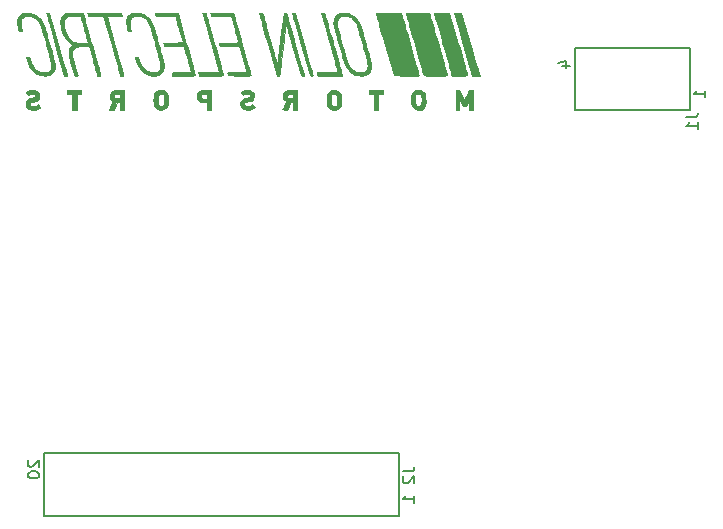
<source format=gbo>
G04 #@! TF.GenerationSoftware,KiCad,Pcbnew,5.0.1-33cea8e~68~ubuntu18.04.1*
G04 #@! TF.CreationDate,2018-12-01T11:29:07-05:00*
G04 #@! TF.ProjectId,throttle,7468726F74746C652E6B696361645F70,rev?*
G04 #@! TF.SameCoordinates,Original*
G04 #@! TF.FileFunction,Legend,Bot*
G04 #@! TF.FilePolarity,Positive*
%FSLAX46Y46*%
G04 Gerber Fmt 4.6, Leading zero omitted, Abs format (unit mm)*
G04 Created by KiCad (PCBNEW 5.0.1-33cea8e~68~ubuntu18.04.1) date Sat 01 Dec 2018 11:29:07 AM EST*
%MOMM*%
%LPD*%
G01*
G04 APERTURE LIST*
%ADD10C,0.150000*%
%ADD11C,0.010000*%
G04 APERTURE END LIST*
D10*
G04 #@! TO.C,J1*
X144504000Y-59014000D02*
X144504000Y-53714000D01*
X154194000Y-59014000D02*
X154194000Y-53714000D01*
X144504000Y-59014000D02*
X154194000Y-59014000D01*
X144504000Y-53714000D02*
X154194000Y-53714000D01*
G04 #@! TO.C,J2*
X99549000Y-93328000D02*
X99549000Y-88028000D01*
X129559000Y-93328000D02*
X129559000Y-88028000D01*
X99549000Y-93328000D02*
X129559000Y-93328000D01*
X99549000Y-88028000D02*
X129559000Y-88028000D01*
D11*
G04 #@! TO.C,G\002A\002A\002A*
G36*
X97993925Y-50756868D02*
X97774681Y-50790299D01*
X97594872Y-50855430D01*
X97453947Y-50952626D01*
X97351356Y-51082251D01*
X97292661Y-51222355D01*
X97270575Y-51343405D01*
X97261518Y-51498671D01*
X97264925Y-51673421D01*
X97280230Y-51852924D01*
X97306867Y-52022448D01*
X97326674Y-52108100D01*
X97373928Y-52285900D01*
X97520598Y-52293581D01*
X97602649Y-52296258D01*
X97644661Y-52291220D01*
X97657181Y-52275449D01*
X97653773Y-52255481D01*
X97604593Y-52075585D01*
X97572993Y-51923954D01*
X97555931Y-51782426D01*
X97550398Y-51638200D01*
X97551177Y-51518853D01*
X97557281Y-51435066D01*
X97571364Y-51371668D01*
X97596078Y-51313489D01*
X97612520Y-51282919D01*
X97692159Y-51176178D01*
X97797016Y-51101348D01*
X97934054Y-51054928D01*
X98108781Y-51033494D01*
X98346766Y-51043411D01*
X98563120Y-51099285D01*
X98757849Y-51201119D01*
X98930959Y-51348918D01*
X99082455Y-51542687D01*
X99212346Y-51782429D01*
X99247790Y-51865013D01*
X99268365Y-51923544D01*
X99300646Y-52025530D01*
X99343067Y-52165393D01*
X99394060Y-52337553D01*
X99452058Y-52536433D01*
X99515494Y-52756452D01*
X99582800Y-52992031D01*
X99652408Y-53237592D01*
X99722752Y-53487555D01*
X99792264Y-53736342D01*
X99859377Y-53978372D01*
X99922523Y-54208068D01*
X99980134Y-54419849D01*
X100030645Y-54608138D01*
X100072486Y-54767354D01*
X100104091Y-54891919D01*
X100123893Y-54976254D01*
X100128737Y-55000761D01*
X100149248Y-55215416D01*
X100131588Y-55396897D01*
X100075560Y-55545776D01*
X99980962Y-55662628D01*
X99872800Y-55735811D01*
X99804809Y-55768765D01*
X99746781Y-55789159D01*
X99683660Y-55799394D01*
X99600388Y-55801872D01*
X99481909Y-55798995D01*
X99477630Y-55798850D01*
X99352530Y-55792890D01*
X99260987Y-55782554D01*
X99185765Y-55764127D01*
X99109626Y-55733893D01*
X99054500Y-55707639D01*
X98873176Y-55590716D01*
X98709165Y-55428279D01*
X98564577Y-55223288D01*
X98441524Y-54978701D01*
X98348159Y-54717950D01*
X98293053Y-54533800D01*
X98155827Y-54533800D01*
X98080092Y-54537664D01*
X98030253Y-54547616D01*
X98018600Y-54556909D01*
X98028144Y-54608067D01*
X98053949Y-54694327D01*
X98091771Y-54804309D01*
X98137370Y-54926636D01*
X98186503Y-55049929D01*
X98234929Y-55162810D01*
X98278406Y-55253900D01*
X98278524Y-55254127D01*
X98372089Y-55406712D01*
X98491982Y-55560743D01*
X98627390Y-55704996D01*
X98767498Y-55828250D01*
X98901493Y-55919282D01*
X98937447Y-55937948D01*
X99155090Y-56019256D01*
X99390083Y-56067581D01*
X99627286Y-56081322D01*
X99851560Y-56058875D01*
X99923600Y-56042335D01*
X100097344Y-55974338D01*
X100233560Y-55872624D01*
X100334681Y-55734841D01*
X100395243Y-55586333D01*
X100419656Y-55460727D01*
X100430030Y-55304211D01*
X100426109Y-55134767D01*
X100407636Y-54970382D01*
X100404314Y-54951214D01*
X100390216Y-54887892D01*
X100363426Y-54781444D01*
X100325539Y-54637494D01*
X100278147Y-54461667D01*
X100222845Y-54259587D01*
X100161227Y-54036877D01*
X100094885Y-53799163D01*
X100025415Y-53552068D01*
X99954409Y-53301217D01*
X99883461Y-53052234D01*
X99814166Y-52810742D01*
X99748117Y-52582367D01*
X99686907Y-52372732D01*
X99632131Y-52187462D01*
X99585382Y-52032181D01*
X99548254Y-51912512D01*
X99522340Y-51834081D01*
X99516440Y-51817995D01*
X99388080Y-51543559D01*
X99230484Y-51306899D01*
X99046208Y-51109797D01*
X98837813Y-50954036D01*
X98607855Y-50841400D01*
X98358894Y-50773671D01*
X98093487Y-50752633D01*
X97993925Y-50756868D01*
X97993925Y-50756868D01*
G37*
X97993925Y-50756868D02*
X97774681Y-50790299D01*
X97594872Y-50855430D01*
X97453947Y-50952626D01*
X97351356Y-51082251D01*
X97292661Y-51222355D01*
X97270575Y-51343405D01*
X97261518Y-51498671D01*
X97264925Y-51673421D01*
X97280230Y-51852924D01*
X97306867Y-52022448D01*
X97326674Y-52108100D01*
X97373928Y-52285900D01*
X97520598Y-52293581D01*
X97602649Y-52296258D01*
X97644661Y-52291220D01*
X97657181Y-52275449D01*
X97653773Y-52255481D01*
X97604593Y-52075585D01*
X97572993Y-51923954D01*
X97555931Y-51782426D01*
X97550398Y-51638200D01*
X97551177Y-51518853D01*
X97557281Y-51435066D01*
X97571364Y-51371668D01*
X97596078Y-51313489D01*
X97612520Y-51282919D01*
X97692159Y-51176178D01*
X97797016Y-51101348D01*
X97934054Y-51054928D01*
X98108781Y-51033494D01*
X98346766Y-51043411D01*
X98563120Y-51099285D01*
X98757849Y-51201119D01*
X98930959Y-51348918D01*
X99082455Y-51542687D01*
X99212346Y-51782429D01*
X99247790Y-51865013D01*
X99268365Y-51923544D01*
X99300646Y-52025530D01*
X99343067Y-52165393D01*
X99394060Y-52337553D01*
X99452058Y-52536433D01*
X99515494Y-52756452D01*
X99582800Y-52992031D01*
X99652408Y-53237592D01*
X99722752Y-53487555D01*
X99792264Y-53736342D01*
X99859377Y-53978372D01*
X99922523Y-54208068D01*
X99980134Y-54419849D01*
X100030645Y-54608138D01*
X100072486Y-54767354D01*
X100104091Y-54891919D01*
X100123893Y-54976254D01*
X100128737Y-55000761D01*
X100149248Y-55215416D01*
X100131588Y-55396897D01*
X100075560Y-55545776D01*
X99980962Y-55662628D01*
X99872800Y-55735811D01*
X99804809Y-55768765D01*
X99746781Y-55789159D01*
X99683660Y-55799394D01*
X99600388Y-55801872D01*
X99481909Y-55798995D01*
X99477630Y-55798850D01*
X99352530Y-55792890D01*
X99260987Y-55782554D01*
X99185765Y-55764127D01*
X99109626Y-55733893D01*
X99054500Y-55707639D01*
X98873176Y-55590716D01*
X98709165Y-55428279D01*
X98564577Y-55223288D01*
X98441524Y-54978701D01*
X98348159Y-54717950D01*
X98293053Y-54533800D01*
X98155827Y-54533800D01*
X98080092Y-54537664D01*
X98030253Y-54547616D01*
X98018600Y-54556909D01*
X98028144Y-54608067D01*
X98053949Y-54694327D01*
X98091771Y-54804309D01*
X98137370Y-54926636D01*
X98186503Y-55049929D01*
X98234929Y-55162810D01*
X98278406Y-55253900D01*
X98278524Y-55254127D01*
X98372089Y-55406712D01*
X98491982Y-55560743D01*
X98627390Y-55704996D01*
X98767498Y-55828250D01*
X98901493Y-55919282D01*
X98937447Y-55937948D01*
X99155090Y-56019256D01*
X99390083Y-56067581D01*
X99627286Y-56081322D01*
X99851560Y-56058875D01*
X99923600Y-56042335D01*
X100097344Y-55974338D01*
X100233560Y-55872624D01*
X100334681Y-55734841D01*
X100395243Y-55586333D01*
X100419656Y-55460727D01*
X100430030Y-55304211D01*
X100426109Y-55134767D01*
X100407636Y-54970382D01*
X100404314Y-54951214D01*
X100390216Y-54887892D01*
X100363426Y-54781444D01*
X100325539Y-54637494D01*
X100278147Y-54461667D01*
X100222845Y-54259587D01*
X100161227Y-54036877D01*
X100094885Y-53799163D01*
X100025415Y-53552068D01*
X99954409Y-53301217D01*
X99883461Y-53052234D01*
X99814166Y-52810742D01*
X99748117Y-52582367D01*
X99686907Y-52372732D01*
X99632131Y-52187462D01*
X99585382Y-52032181D01*
X99548254Y-51912512D01*
X99522340Y-51834081D01*
X99516440Y-51817995D01*
X99388080Y-51543559D01*
X99230484Y-51306899D01*
X99046208Y-51109797D01*
X98837813Y-50954036D01*
X98607855Y-50841400D01*
X98358894Y-50773671D01*
X98093487Y-50752633D01*
X97993925Y-50756868D01*
G36*
X99729856Y-50763223D02*
X99720400Y-50782443D01*
X99727153Y-50811320D01*
X99746809Y-50885837D01*
X99778467Y-51002747D01*
X99821225Y-51158801D01*
X99874182Y-51350752D01*
X99936436Y-51575351D01*
X100007084Y-51829352D01*
X100085226Y-52109505D01*
X100169959Y-52412563D01*
X100260381Y-52735279D01*
X100355592Y-53074404D01*
X100445378Y-53393620D01*
X100544385Y-53745374D01*
X100639671Y-54084014D01*
X100730312Y-54406255D01*
X100815385Y-54708815D01*
X100893969Y-54988408D01*
X100965141Y-55241750D01*
X101027979Y-55465557D01*
X101081559Y-55656544D01*
X101124961Y-55811427D01*
X101157260Y-55926922D01*
X101177536Y-55999745D01*
X101184731Y-56026050D01*
X101198968Y-56059216D01*
X101229215Y-56076381D01*
X101289120Y-56082605D01*
X101338808Y-56083200D01*
X101418239Y-56081760D01*
X101457870Y-56074079D01*
X101468690Y-56055117D01*
X101463355Y-56026050D01*
X101454531Y-55994261D01*
X101432852Y-55916841D01*
X101399235Y-55797055D01*
X101354600Y-55638168D01*
X101299865Y-55443446D01*
X101235948Y-55216153D01*
X101163767Y-54959556D01*
X101084242Y-54676919D01*
X100998289Y-54371508D01*
X100906829Y-54046589D01*
X100810779Y-53705426D01*
X100715032Y-53365400D01*
X99981862Y-50761900D01*
X99851131Y-50754222D01*
X99770221Y-50753071D01*
X99729856Y-50763223D01*
X99729856Y-50763223D01*
G37*
X99729856Y-50763223D02*
X99720400Y-50782443D01*
X99727153Y-50811320D01*
X99746809Y-50885837D01*
X99778467Y-51002747D01*
X99821225Y-51158801D01*
X99874182Y-51350752D01*
X99936436Y-51575351D01*
X100007084Y-51829352D01*
X100085226Y-52109505D01*
X100169959Y-52412563D01*
X100260381Y-52735279D01*
X100355592Y-53074404D01*
X100445378Y-53393620D01*
X100544385Y-53745374D01*
X100639671Y-54084014D01*
X100730312Y-54406255D01*
X100815385Y-54708815D01*
X100893969Y-54988408D01*
X100965141Y-55241750D01*
X101027979Y-55465557D01*
X101081559Y-55656544D01*
X101124961Y-55811427D01*
X101157260Y-55926922D01*
X101177536Y-55999745D01*
X101184731Y-56026050D01*
X101198968Y-56059216D01*
X101229215Y-56076381D01*
X101289120Y-56082605D01*
X101338808Y-56083200D01*
X101418239Y-56081760D01*
X101457870Y-56074079D01*
X101468690Y-56055117D01*
X101463355Y-56026050D01*
X101454531Y-55994261D01*
X101432852Y-55916841D01*
X101399235Y-55797055D01*
X101354600Y-55638168D01*
X101299865Y-55443446D01*
X101235948Y-55216153D01*
X101163767Y-54959556D01*
X101084242Y-54676919D01*
X100998289Y-54371508D01*
X100906829Y-54046589D01*
X100810779Y-53705426D01*
X100715032Y-53365400D01*
X99981862Y-50761900D01*
X99851131Y-50754222D01*
X99770221Y-50753071D01*
X99729856Y-50763223D01*
G36*
X102321254Y-50753094D02*
X102141596Y-50755131D01*
X102139750Y-50755157D01*
X101927020Y-50758639D01*
X101758539Y-50762653D01*
X101627760Y-50767642D01*
X101528134Y-50774050D01*
X101453109Y-50782322D01*
X101396139Y-50792901D01*
X101350672Y-50806230D01*
X101342612Y-50809179D01*
X101185579Y-50893344D01*
X101055905Y-51013331D01*
X100963859Y-51159620D01*
X100963313Y-51160845D01*
X100922715Y-51298070D01*
X100903935Y-51470369D01*
X100906857Y-51666993D01*
X100931360Y-51877197D01*
X100973451Y-52075606D01*
X101080310Y-52419695D01*
X101209347Y-52718103D01*
X101360583Y-52970861D01*
X101534036Y-53178002D01*
X101729727Y-53339558D01*
X101803200Y-53385180D01*
X101868900Y-53422865D01*
X101913228Y-53448401D01*
X101923899Y-53454635D01*
X101911390Y-53473431D01*
X101872423Y-53518277D01*
X101825095Y-53569220D01*
X101734727Y-53675092D01*
X101673309Y-53778075D01*
X101636161Y-53891773D01*
X101618602Y-54029793D01*
X101615598Y-54178200D01*
X101616854Y-54254712D01*
X101620086Y-54323347D01*
X101626764Y-54390973D01*
X101638358Y-54464456D01*
X101656336Y-54550663D01*
X101682168Y-54656460D01*
X101717321Y-54788714D01*
X101763267Y-54954293D01*
X101821473Y-55160062D01*
X101838400Y-55219600D01*
X101892906Y-55411109D01*
X101943364Y-55588198D01*
X101987987Y-55744603D01*
X102024987Y-55874064D01*
X102052573Y-55970319D01*
X102068958Y-56027106D01*
X102072394Y-56038750D01*
X102091796Y-56065652D01*
X102136814Y-56079278D01*
X102219611Y-56083194D01*
X102224012Y-56083200D01*
X102300003Y-56081237D01*
X102350121Y-56076182D01*
X102362000Y-56071410D01*
X102355370Y-56044967D01*
X102336581Y-55975599D01*
X102307286Y-55869266D01*
X102269137Y-55731929D01*
X102223789Y-55569548D01*
X102172894Y-55388086D01*
X102145938Y-55292260D01*
X102091098Y-55095440D01*
X102039795Y-54907430D01*
X101993979Y-54735680D01*
X101955603Y-54587643D01*
X101926617Y-54470769D01*
X101908972Y-54392509D01*
X101905704Y-54374799D01*
X101894558Y-54179765D01*
X101927217Y-54008853D01*
X102003005Y-53863544D01*
X102121246Y-53745317D01*
X102221473Y-53683218D01*
X102274650Y-53656659D01*
X102321267Y-53636954D01*
X102370141Y-53622920D01*
X102430087Y-53613377D01*
X102509920Y-53607143D01*
X102618455Y-53603038D01*
X102764509Y-53599881D01*
X102855489Y-53598268D01*
X103339900Y-53589837D01*
X103643106Y-54677768D01*
X103708012Y-54910415D01*
X103770319Y-55133286D01*
X103828363Y-55340465D01*
X103880482Y-55526036D01*
X103925013Y-55684083D01*
X103960292Y-55808689D01*
X103984656Y-55893940D01*
X103993556Y-55924450D01*
X104040801Y-56083200D01*
X104166601Y-56083200D01*
X104246650Y-56078860D01*
X104285288Y-56064109D01*
X104292400Y-56045994D01*
X104285649Y-56016973D01*
X104265990Y-55942285D01*
X104234318Y-55825154D01*
X104191527Y-55668801D01*
X104138512Y-55476451D01*
X104076167Y-55251326D01*
X104005385Y-54996648D01*
X103927062Y-54715641D01*
X103842091Y-54411527D01*
X103751366Y-54087529D01*
X103655782Y-53746870D01*
X103556233Y-53392773D01*
X103555800Y-53391236D01*
X103530820Y-53302432D01*
X103251000Y-53302432D01*
X103226973Y-53306419D01*
X103160382Y-53309858D01*
X103059461Y-53312517D01*
X102932445Y-53314165D01*
X102817865Y-53314600D01*
X102603056Y-53312061D01*
X102431640Y-53304130D01*
X102296444Y-53290333D01*
X102207126Y-53274205D01*
X102004371Y-53205791D01*
X101823596Y-53096987D01*
X101663645Y-52946344D01*
X101523363Y-52752411D01*
X101401594Y-52513739D01*
X101297183Y-52228876D01*
X101253406Y-52077232D01*
X101199828Y-51826396D01*
X101182711Y-51610826D01*
X101202074Y-51430393D01*
X101257935Y-51284972D01*
X101350312Y-51174434D01*
X101390952Y-51144175D01*
X101458001Y-51105776D01*
X101532257Y-51076682D01*
X101621662Y-51055712D01*
X101734163Y-51041682D01*
X101877702Y-51033410D01*
X102060225Y-51029715D01*
X102163439Y-51029220D01*
X102325602Y-51029410D01*
X102444051Y-51030941D01*
X102525867Y-51034485D01*
X102578130Y-51040712D01*
X102607921Y-51050292D01*
X102622322Y-51063897D01*
X102626160Y-51073050D01*
X102639074Y-51117262D01*
X102663254Y-51201921D01*
X102697034Y-51321079D01*
X102738746Y-51468786D01*
X102786722Y-51639091D01*
X102839296Y-51826046D01*
X102894798Y-52023700D01*
X102951562Y-52226104D01*
X103007921Y-52427309D01*
X103062206Y-52621365D01*
X103112751Y-52802322D01*
X103157887Y-52964231D01*
X103195947Y-53101142D01*
X103225264Y-53207105D01*
X103244171Y-53276172D01*
X103250999Y-53302391D01*
X103251000Y-53302432D01*
X103530820Y-53302432D01*
X103456326Y-53037617D01*
X103360804Y-52697799D01*
X103270127Y-52374969D01*
X103185187Y-52072313D01*
X103106875Y-51793016D01*
X103036084Y-51540265D01*
X102973705Y-51317245D01*
X102920630Y-51127143D01*
X102877750Y-50973145D01*
X102845958Y-50858436D01*
X102826144Y-50786204D01*
X102819202Y-50759633D01*
X102819200Y-50759598D01*
X102794901Y-50756216D01*
X102726383Y-50753831D01*
X102620220Y-50752487D01*
X102482986Y-50752227D01*
X102321254Y-50753094D01*
X102321254Y-50753094D01*
G37*
X102321254Y-50753094D02*
X102141596Y-50755131D01*
X102139750Y-50755157D01*
X101927020Y-50758639D01*
X101758539Y-50762653D01*
X101627760Y-50767642D01*
X101528134Y-50774050D01*
X101453109Y-50782322D01*
X101396139Y-50792901D01*
X101350672Y-50806230D01*
X101342612Y-50809179D01*
X101185579Y-50893344D01*
X101055905Y-51013331D01*
X100963859Y-51159620D01*
X100963313Y-51160845D01*
X100922715Y-51298070D01*
X100903935Y-51470369D01*
X100906857Y-51666993D01*
X100931360Y-51877197D01*
X100973451Y-52075606D01*
X101080310Y-52419695D01*
X101209347Y-52718103D01*
X101360583Y-52970861D01*
X101534036Y-53178002D01*
X101729727Y-53339558D01*
X101803200Y-53385180D01*
X101868900Y-53422865D01*
X101913228Y-53448401D01*
X101923899Y-53454635D01*
X101911390Y-53473431D01*
X101872423Y-53518277D01*
X101825095Y-53569220D01*
X101734727Y-53675092D01*
X101673309Y-53778075D01*
X101636161Y-53891773D01*
X101618602Y-54029793D01*
X101615598Y-54178200D01*
X101616854Y-54254712D01*
X101620086Y-54323347D01*
X101626764Y-54390973D01*
X101638358Y-54464456D01*
X101656336Y-54550663D01*
X101682168Y-54656460D01*
X101717321Y-54788714D01*
X101763267Y-54954293D01*
X101821473Y-55160062D01*
X101838400Y-55219600D01*
X101892906Y-55411109D01*
X101943364Y-55588198D01*
X101987987Y-55744603D01*
X102024987Y-55874064D01*
X102052573Y-55970319D01*
X102068958Y-56027106D01*
X102072394Y-56038750D01*
X102091796Y-56065652D01*
X102136814Y-56079278D01*
X102219611Y-56083194D01*
X102224012Y-56083200D01*
X102300003Y-56081237D01*
X102350121Y-56076182D01*
X102362000Y-56071410D01*
X102355370Y-56044967D01*
X102336581Y-55975599D01*
X102307286Y-55869266D01*
X102269137Y-55731929D01*
X102223789Y-55569548D01*
X102172894Y-55388086D01*
X102145938Y-55292260D01*
X102091098Y-55095440D01*
X102039795Y-54907430D01*
X101993979Y-54735680D01*
X101955603Y-54587643D01*
X101926617Y-54470769D01*
X101908972Y-54392509D01*
X101905704Y-54374799D01*
X101894558Y-54179765D01*
X101927217Y-54008853D01*
X102003005Y-53863544D01*
X102121246Y-53745317D01*
X102221473Y-53683218D01*
X102274650Y-53656659D01*
X102321267Y-53636954D01*
X102370141Y-53622920D01*
X102430087Y-53613377D01*
X102509920Y-53607143D01*
X102618455Y-53603038D01*
X102764509Y-53599881D01*
X102855489Y-53598268D01*
X103339900Y-53589837D01*
X103643106Y-54677768D01*
X103708012Y-54910415D01*
X103770319Y-55133286D01*
X103828363Y-55340465D01*
X103880482Y-55526036D01*
X103925013Y-55684083D01*
X103960292Y-55808689D01*
X103984656Y-55893940D01*
X103993556Y-55924450D01*
X104040801Y-56083200D01*
X104166601Y-56083200D01*
X104246650Y-56078860D01*
X104285288Y-56064109D01*
X104292400Y-56045994D01*
X104285649Y-56016973D01*
X104265990Y-55942285D01*
X104234318Y-55825154D01*
X104191527Y-55668801D01*
X104138512Y-55476451D01*
X104076167Y-55251326D01*
X104005385Y-54996648D01*
X103927062Y-54715641D01*
X103842091Y-54411527D01*
X103751366Y-54087529D01*
X103655782Y-53746870D01*
X103556233Y-53392773D01*
X103555800Y-53391236D01*
X103530820Y-53302432D01*
X103251000Y-53302432D01*
X103226973Y-53306419D01*
X103160382Y-53309858D01*
X103059461Y-53312517D01*
X102932445Y-53314165D01*
X102817865Y-53314600D01*
X102603056Y-53312061D01*
X102431640Y-53304130D01*
X102296444Y-53290333D01*
X102207126Y-53274205D01*
X102004371Y-53205791D01*
X101823596Y-53096987D01*
X101663645Y-52946344D01*
X101523363Y-52752411D01*
X101401594Y-52513739D01*
X101297183Y-52228876D01*
X101253406Y-52077232D01*
X101199828Y-51826396D01*
X101182711Y-51610826D01*
X101202074Y-51430393D01*
X101257935Y-51284972D01*
X101350312Y-51174434D01*
X101390952Y-51144175D01*
X101458001Y-51105776D01*
X101532257Y-51076682D01*
X101621662Y-51055712D01*
X101734163Y-51041682D01*
X101877702Y-51033410D01*
X102060225Y-51029715D01*
X102163439Y-51029220D01*
X102325602Y-51029410D01*
X102444051Y-51030941D01*
X102525867Y-51034485D01*
X102578130Y-51040712D01*
X102607921Y-51050292D01*
X102622322Y-51063897D01*
X102626160Y-51073050D01*
X102639074Y-51117262D01*
X102663254Y-51201921D01*
X102697034Y-51321079D01*
X102738746Y-51468786D01*
X102786722Y-51639091D01*
X102839296Y-51826046D01*
X102894798Y-52023700D01*
X102951562Y-52226104D01*
X103007921Y-52427309D01*
X103062206Y-52621365D01*
X103112751Y-52802322D01*
X103157887Y-52964231D01*
X103195947Y-53101142D01*
X103225264Y-53207105D01*
X103244171Y-53276172D01*
X103250999Y-53302391D01*
X103251000Y-53302432D01*
X103530820Y-53302432D01*
X103456326Y-53037617D01*
X103360804Y-52697799D01*
X103270127Y-52374969D01*
X103185187Y-52072313D01*
X103106875Y-51793016D01*
X103036084Y-51540265D01*
X102973705Y-51317245D01*
X102920630Y-51127143D01*
X102877750Y-50973145D01*
X102845958Y-50858436D01*
X102826144Y-50786204D01*
X102819202Y-50759633D01*
X102819200Y-50759598D01*
X102794901Y-50756216D01*
X102726383Y-50753831D01*
X102620220Y-50752487D01*
X102482986Y-50752227D01*
X102321254Y-50753094D01*
G36*
X104346702Y-50749341D02*
X104100338Y-50749748D01*
X103874395Y-50750394D01*
X103673439Y-50751254D01*
X103502038Y-50752300D01*
X103364756Y-50753507D01*
X103266160Y-50754848D01*
X103210817Y-50756297D01*
X103200200Y-50757289D01*
X103206815Y-50784059D01*
X103223825Y-50844275D01*
X103239156Y-50896555D01*
X103278111Y-51027731D01*
X103916347Y-51034515D01*
X104554583Y-51041300D01*
X105244657Y-53492400D01*
X105341318Y-53835807D01*
X105434299Y-54166287D01*
X105522648Y-54480446D01*
X105605411Y-54774888D01*
X105681637Y-55046221D01*
X105750372Y-55291050D01*
X105810663Y-55505979D01*
X105861559Y-55687616D01*
X105902105Y-55832565D01*
X105931351Y-55937433D01*
X105948342Y-55998825D01*
X105952250Y-56013350D01*
X105966219Y-56053554D01*
X105991496Y-56074379D01*
X106042259Y-56082144D01*
X106108984Y-56083200D01*
X106185293Y-56082152D01*
X106235721Y-56079451D01*
X106247876Y-56076850D01*
X106241095Y-56052051D01*
X106221450Y-55981595D01*
X106189850Y-55868718D01*
X106147206Y-55716659D01*
X106094428Y-55528656D01*
X106032425Y-55307948D01*
X105962108Y-55057774D01*
X105884385Y-54781371D01*
X105800169Y-54481977D01*
X105710367Y-54162832D01*
X105615891Y-53827173D01*
X105539517Y-53555900D01*
X104831483Y-51041300D01*
X105466190Y-51034508D01*
X105664877Y-51032005D01*
X105818077Y-51029026D01*
X105931106Y-51025207D01*
X106009277Y-51020178D01*
X106057904Y-51013574D01*
X106082300Y-51005029D01*
X106087780Y-50994174D01*
X106087055Y-50991647D01*
X106071902Y-50945108D01*
X106051299Y-50873876D01*
X106045428Y-50852388D01*
X106017642Y-50749200D01*
X104608921Y-50749200D01*
X104346702Y-50749341D01*
X104346702Y-50749341D01*
G37*
X104346702Y-50749341D02*
X104100338Y-50749748D01*
X103874395Y-50750394D01*
X103673439Y-50751254D01*
X103502038Y-50752300D01*
X103364756Y-50753507D01*
X103266160Y-50754848D01*
X103210817Y-50756297D01*
X103200200Y-50757289D01*
X103206815Y-50784059D01*
X103223825Y-50844275D01*
X103239156Y-50896555D01*
X103278111Y-51027731D01*
X103916347Y-51034515D01*
X104554583Y-51041300D01*
X105244657Y-53492400D01*
X105341318Y-53835807D01*
X105434299Y-54166287D01*
X105522648Y-54480446D01*
X105605411Y-54774888D01*
X105681637Y-55046221D01*
X105750372Y-55291050D01*
X105810663Y-55505979D01*
X105861559Y-55687616D01*
X105902105Y-55832565D01*
X105931351Y-55937433D01*
X105948342Y-55998825D01*
X105952250Y-56013350D01*
X105966219Y-56053554D01*
X105991496Y-56074379D01*
X106042259Y-56082144D01*
X106108984Y-56083200D01*
X106185293Y-56082152D01*
X106235721Y-56079451D01*
X106247876Y-56076850D01*
X106241095Y-56052051D01*
X106221450Y-55981595D01*
X106189850Y-55868718D01*
X106147206Y-55716659D01*
X106094428Y-55528656D01*
X106032425Y-55307948D01*
X105962108Y-55057774D01*
X105884385Y-54781371D01*
X105800169Y-54481977D01*
X105710367Y-54162832D01*
X105615891Y-53827173D01*
X105539517Y-53555900D01*
X104831483Y-51041300D01*
X105466190Y-51034508D01*
X105664877Y-51032005D01*
X105818077Y-51029026D01*
X105931106Y-51025207D01*
X106009277Y-51020178D01*
X106057904Y-51013574D01*
X106082300Y-51005029D01*
X106087780Y-50994174D01*
X106087055Y-50991647D01*
X106071902Y-50945108D01*
X106051299Y-50873876D01*
X106045428Y-50852388D01*
X106017642Y-50749200D01*
X104608921Y-50749200D01*
X104346702Y-50749341D01*
G36*
X107195976Y-50763181D02*
X107102076Y-50766466D01*
X107031963Y-50775137D01*
X106972132Y-50791519D01*
X106909080Y-50817935D01*
X106854485Y-50844284D01*
X106704744Y-50942567D01*
X106592440Y-51071979D01*
X106517418Y-51233238D01*
X106479521Y-51427060D01*
X106478595Y-51654164D01*
X106514482Y-51915267D01*
X106570533Y-52152550D01*
X106610495Y-52298600D01*
X106746848Y-52298600D01*
X106822321Y-52296106D01*
X106871837Y-52289687D01*
X106883200Y-52283781D01*
X106877414Y-52253783D01*
X106862066Y-52187497D01*
X106840178Y-52097853D01*
X106834270Y-52074231D01*
X106784953Y-51842946D01*
X106763828Y-51649030D01*
X106771393Y-51487269D01*
X106808143Y-51352446D01*
X106874576Y-51239345D01*
X106918468Y-51189921D01*
X107009196Y-51114086D01*
X107108960Y-51064519D01*
X107228969Y-51038100D01*
X107380434Y-51031710D01*
X107474435Y-51035217D01*
X107602760Y-51045945D01*
X107701668Y-51064690D01*
X107792457Y-51096511D01*
X107855435Y-51125730D01*
X108037252Y-51242874D01*
X108202033Y-51404658D01*
X108346274Y-51606754D01*
X108466472Y-51844837D01*
X108494241Y-51914446D01*
X108513255Y-51971136D01*
X108544144Y-52071109D01*
X108585297Y-52208670D01*
X108635103Y-52378124D01*
X108691950Y-52573777D01*
X108754226Y-52789935D01*
X108820320Y-53020903D01*
X108888622Y-53260986D01*
X108957518Y-53504490D01*
X109025398Y-53745721D01*
X109090650Y-53978984D01*
X109151663Y-54198585D01*
X109206826Y-54398829D01*
X109254526Y-54574021D01*
X109293152Y-54718467D01*
X109321094Y-54826473D01*
X109336115Y-54889400D01*
X109355792Y-55006659D01*
X109368778Y-55132826D01*
X109371818Y-55206900D01*
X109356238Y-55394349D01*
X109307585Y-55544540D01*
X109224209Y-55659024D01*
X109104459Y-55739353D01*
X108946685Y-55787078D01*
X108749235Y-55803752D01*
X108736852Y-55803800D01*
X108506991Y-55781751D01*
X108299159Y-55715299D01*
X108112851Y-55603982D01*
X107947560Y-55447341D01*
X107802779Y-55244915D01*
X107678004Y-54996243D01*
X107591829Y-54762400D01*
X107522508Y-54546500D01*
X107380654Y-54538882D01*
X107303541Y-54536630D01*
X107252022Y-54538743D01*
X107238800Y-54542941D01*
X107246176Y-54570553D01*
X107266031Y-54635429D01*
X107294953Y-54726583D01*
X107316067Y-54791859D01*
X107438857Y-55110775D01*
X107584759Y-55384459D01*
X107753769Y-55612909D01*
X107945886Y-55796121D01*
X108161107Y-55934095D01*
X108399429Y-56026827D01*
X108660850Y-56074316D01*
X108826300Y-56081110D01*
X108941647Y-56076368D01*
X109054050Y-56065152D01*
X109140430Y-56049813D01*
X109145056Y-56048605D01*
X109321971Y-55978037D01*
X109463070Y-55871479D01*
X109568213Y-55729059D01*
X109614767Y-55624255D01*
X109638860Y-55518832D01*
X109651759Y-55378975D01*
X109653414Y-55219809D01*
X109643778Y-55056462D01*
X109622801Y-54904061D01*
X109617170Y-54875892D01*
X109603282Y-54818684D01*
X109577046Y-54718411D01*
X109540079Y-54580850D01*
X109494003Y-54411779D01*
X109440437Y-54216974D01*
X109380999Y-54002213D01*
X109317310Y-53773274D01*
X109250989Y-53535932D01*
X109183656Y-53295966D01*
X109116930Y-53059152D01*
X109052430Y-52831268D01*
X108991776Y-52618091D01*
X108936587Y-52425397D01*
X108888484Y-52258964D01*
X108849085Y-52124569D01*
X108820010Y-52027990D01*
X108809239Y-51993800D01*
X108691977Y-51695460D01*
X108546672Y-51433978D01*
X108375187Y-51211536D01*
X108179382Y-51030315D01*
X107961121Y-50892496D01*
X107815787Y-50829963D01*
X107726368Y-50800321D01*
X107644952Y-50780909D01*
X107556101Y-50769611D01*
X107444377Y-50764309D01*
X107327166Y-50762959D01*
X107195976Y-50763181D01*
X107195976Y-50763181D01*
G37*
X107195976Y-50763181D02*
X107102076Y-50766466D01*
X107031963Y-50775137D01*
X106972132Y-50791519D01*
X106909080Y-50817935D01*
X106854485Y-50844284D01*
X106704744Y-50942567D01*
X106592440Y-51071979D01*
X106517418Y-51233238D01*
X106479521Y-51427060D01*
X106478595Y-51654164D01*
X106514482Y-51915267D01*
X106570533Y-52152550D01*
X106610495Y-52298600D01*
X106746848Y-52298600D01*
X106822321Y-52296106D01*
X106871837Y-52289687D01*
X106883200Y-52283781D01*
X106877414Y-52253783D01*
X106862066Y-52187497D01*
X106840178Y-52097853D01*
X106834270Y-52074231D01*
X106784953Y-51842946D01*
X106763828Y-51649030D01*
X106771393Y-51487269D01*
X106808143Y-51352446D01*
X106874576Y-51239345D01*
X106918468Y-51189921D01*
X107009196Y-51114086D01*
X107108960Y-51064519D01*
X107228969Y-51038100D01*
X107380434Y-51031710D01*
X107474435Y-51035217D01*
X107602760Y-51045945D01*
X107701668Y-51064690D01*
X107792457Y-51096511D01*
X107855435Y-51125730D01*
X108037252Y-51242874D01*
X108202033Y-51404658D01*
X108346274Y-51606754D01*
X108466472Y-51844837D01*
X108494241Y-51914446D01*
X108513255Y-51971136D01*
X108544144Y-52071109D01*
X108585297Y-52208670D01*
X108635103Y-52378124D01*
X108691950Y-52573777D01*
X108754226Y-52789935D01*
X108820320Y-53020903D01*
X108888622Y-53260986D01*
X108957518Y-53504490D01*
X109025398Y-53745721D01*
X109090650Y-53978984D01*
X109151663Y-54198585D01*
X109206826Y-54398829D01*
X109254526Y-54574021D01*
X109293152Y-54718467D01*
X109321094Y-54826473D01*
X109336115Y-54889400D01*
X109355792Y-55006659D01*
X109368778Y-55132826D01*
X109371818Y-55206900D01*
X109356238Y-55394349D01*
X109307585Y-55544540D01*
X109224209Y-55659024D01*
X109104459Y-55739353D01*
X108946685Y-55787078D01*
X108749235Y-55803752D01*
X108736852Y-55803800D01*
X108506991Y-55781751D01*
X108299159Y-55715299D01*
X108112851Y-55603982D01*
X107947560Y-55447341D01*
X107802779Y-55244915D01*
X107678004Y-54996243D01*
X107591829Y-54762400D01*
X107522508Y-54546500D01*
X107380654Y-54538882D01*
X107303541Y-54536630D01*
X107252022Y-54538743D01*
X107238800Y-54542941D01*
X107246176Y-54570553D01*
X107266031Y-54635429D01*
X107294953Y-54726583D01*
X107316067Y-54791859D01*
X107438857Y-55110775D01*
X107584759Y-55384459D01*
X107753769Y-55612909D01*
X107945886Y-55796121D01*
X108161107Y-55934095D01*
X108399429Y-56026827D01*
X108660850Y-56074316D01*
X108826300Y-56081110D01*
X108941647Y-56076368D01*
X109054050Y-56065152D01*
X109140430Y-56049813D01*
X109145056Y-56048605D01*
X109321971Y-55978037D01*
X109463070Y-55871479D01*
X109568213Y-55729059D01*
X109614767Y-55624255D01*
X109638860Y-55518832D01*
X109651759Y-55378975D01*
X109653414Y-55219809D01*
X109643778Y-55056462D01*
X109622801Y-54904061D01*
X109617170Y-54875892D01*
X109603282Y-54818684D01*
X109577046Y-54718411D01*
X109540079Y-54580850D01*
X109494003Y-54411779D01*
X109440437Y-54216974D01*
X109380999Y-54002213D01*
X109317310Y-53773274D01*
X109250989Y-53535932D01*
X109183656Y-53295966D01*
X109116930Y-53059152D01*
X109052430Y-52831268D01*
X108991776Y-52618091D01*
X108936587Y-52425397D01*
X108888484Y-52258964D01*
X108849085Y-52124569D01*
X108820010Y-52027990D01*
X108809239Y-51993800D01*
X108691977Y-51695460D01*
X108546672Y-51433978D01*
X108375187Y-51211536D01*
X108179382Y-51030315D01*
X107961121Y-50892496D01*
X107815787Y-50829963D01*
X107726368Y-50800321D01*
X107644952Y-50780909D01*
X107556101Y-50769611D01*
X107444377Y-50764309D01*
X107327166Y-50762959D01*
X107195976Y-50763181D01*
G36*
X109596275Y-50749809D02*
X109366515Y-50751659D01*
X109185199Y-50754782D01*
X109051159Y-50759211D01*
X108963224Y-50764979D01*
X108920224Y-50772118D01*
X108915200Y-50776052D01*
X108921029Y-50815443D01*
X108935722Y-50883343D01*
X108943616Y-50915752D01*
X108972031Y-51028599D01*
X109806732Y-51028600D01*
X110641433Y-51028600D01*
X110658905Y-51098450D01*
X110669360Y-51137206D01*
X110692100Y-51219417D01*
X110725603Y-51339650D01*
X110768348Y-51492470D01*
X110818815Y-51672446D01*
X110875482Y-51874143D01*
X110936828Y-52092128D01*
X110973536Y-52222400D01*
X111270695Y-53276500D01*
X110448548Y-53283197D01*
X110200061Y-53285829D01*
X109999799Y-53289343D01*
X109845191Y-53293850D01*
X109733667Y-53299458D01*
X109662658Y-53306279D01*
X109629593Y-53314421D01*
X109626400Y-53318350D01*
X109633260Y-53359457D01*
X109650290Y-53426035D01*
X109655821Y-53445003D01*
X109685242Y-53543200D01*
X111345658Y-53543200D01*
X111493838Y-54070250D01*
X111547412Y-54260776D01*
X111609880Y-54482890D01*
X111676374Y-54719283D01*
X111742024Y-54952643D01*
X111801961Y-55165658D01*
X111809993Y-55194200D01*
X111977968Y-55791100D01*
X111157784Y-55797797D01*
X110895351Y-55800747D01*
X110683550Y-55804901D01*
X110522229Y-55810266D01*
X110411234Y-55816848D01*
X110350412Y-55824654D01*
X110337600Y-55830999D01*
X110343425Y-55870161D01*
X110358110Y-55937906D01*
X110366016Y-55970352D01*
X110394431Y-56083200D01*
X111356616Y-56083200D01*
X111614461Y-56082845D01*
X111825340Y-56081700D01*
X111993082Y-56079637D01*
X112121516Y-56076532D01*
X112214472Y-56072260D01*
X112275779Y-56066696D01*
X112309266Y-56059714D01*
X112318800Y-56051748D01*
X112312054Y-56023529D01*
X112292408Y-55949619D01*
X112260754Y-55833221D01*
X112217980Y-55677538D01*
X112164977Y-55485772D01*
X112102637Y-55261126D01*
X112031847Y-55006803D01*
X111953500Y-54726003D01*
X111868484Y-54421931D01*
X111777691Y-54097789D01*
X111682011Y-53756779D01*
X111582333Y-53402103D01*
X111577451Y-53384748D01*
X110836102Y-50749200D01*
X109875651Y-50749200D01*
X109596275Y-50749809D01*
X109596275Y-50749809D01*
G37*
X109596275Y-50749809D02*
X109366515Y-50751659D01*
X109185199Y-50754782D01*
X109051159Y-50759211D01*
X108963224Y-50764979D01*
X108920224Y-50772118D01*
X108915200Y-50776052D01*
X108921029Y-50815443D01*
X108935722Y-50883343D01*
X108943616Y-50915752D01*
X108972031Y-51028599D01*
X109806732Y-51028600D01*
X110641433Y-51028600D01*
X110658905Y-51098450D01*
X110669360Y-51137206D01*
X110692100Y-51219417D01*
X110725603Y-51339650D01*
X110768348Y-51492470D01*
X110818815Y-51672446D01*
X110875482Y-51874143D01*
X110936828Y-52092128D01*
X110973536Y-52222400D01*
X111270695Y-53276500D01*
X110448548Y-53283197D01*
X110200061Y-53285829D01*
X109999799Y-53289343D01*
X109845191Y-53293850D01*
X109733667Y-53299458D01*
X109662658Y-53306279D01*
X109629593Y-53314421D01*
X109626400Y-53318350D01*
X109633260Y-53359457D01*
X109650290Y-53426035D01*
X109655821Y-53445003D01*
X109685242Y-53543200D01*
X111345658Y-53543200D01*
X111493838Y-54070250D01*
X111547412Y-54260776D01*
X111609880Y-54482890D01*
X111676374Y-54719283D01*
X111742024Y-54952643D01*
X111801961Y-55165658D01*
X111809993Y-55194200D01*
X111977968Y-55791100D01*
X111157784Y-55797797D01*
X110895351Y-55800747D01*
X110683550Y-55804901D01*
X110522229Y-55810266D01*
X110411234Y-55816848D01*
X110350412Y-55824654D01*
X110337600Y-55830999D01*
X110343425Y-55870161D01*
X110358110Y-55937906D01*
X110366016Y-55970352D01*
X110394431Y-56083200D01*
X111356616Y-56083200D01*
X111614461Y-56082845D01*
X111825340Y-56081700D01*
X111993082Y-56079637D01*
X112121516Y-56076532D01*
X112214472Y-56072260D01*
X112275779Y-56066696D01*
X112309266Y-56059714D01*
X112318800Y-56051748D01*
X112312054Y-56023529D01*
X112292408Y-55949619D01*
X112260754Y-55833221D01*
X112217980Y-55677538D01*
X112164977Y-55485772D01*
X112102637Y-55261126D01*
X112031847Y-55006803D01*
X111953500Y-54726003D01*
X111868484Y-54421931D01*
X111777691Y-54097789D01*
X111682011Y-53756779D01*
X111582333Y-53402103D01*
X111577451Y-53384748D01*
X110836102Y-50749200D01*
X109875651Y-50749200D01*
X109596275Y-50749809D01*
G36*
X112990597Y-50752365D02*
X112940848Y-50760522D01*
X112929265Y-50768250D01*
X112936132Y-50794826D01*
X112955882Y-50867026D01*
X112987600Y-50981579D01*
X113030370Y-51135220D01*
X113083277Y-51324679D01*
X113145406Y-51546689D01*
X113215842Y-51797981D01*
X113293670Y-52075289D01*
X113377975Y-52375344D01*
X113467842Y-52694877D01*
X113562354Y-53030622D01*
X113635201Y-53289200D01*
X114340274Y-55791100D01*
X112568908Y-55804454D01*
X112586790Y-55886677D01*
X112606419Y-55963909D01*
X112626208Y-56026050D01*
X112647743Y-56083200D01*
X113678783Y-56083200D01*
X113934851Y-56083094D01*
X114144625Y-56082645D01*
X114312610Y-56081656D01*
X114443311Y-56079931D01*
X114541235Y-56077272D01*
X114610888Y-56073483D01*
X114656773Y-56068366D01*
X114683398Y-56061724D01*
X114695268Y-56053362D01*
X114696887Y-56043081D01*
X114695790Y-56038750D01*
X114687125Y-56008682D01*
X114665633Y-55932971D01*
X114632232Y-55814879D01*
X114587842Y-55657669D01*
X114533382Y-55464602D01*
X114469772Y-55238939D01*
X114397930Y-54983944D01*
X114318776Y-54702877D01*
X114233229Y-54399002D01*
X114142208Y-54075578D01*
X114046633Y-53735870D01*
X113956721Y-53416200D01*
X113857813Y-53064536D01*
X113762631Y-52726197D01*
X113672094Y-52404445D01*
X113587123Y-52102541D01*
X113508634Y-51823748D01*
X113437547Y-51571328D01*
X113374780Y-51348542D01*
X113321254Y-51158651D01*
X113277885Y-51004919D01*
X113245593Y-50890607D01*
X113225297Y-50818976D01*
X113218031Y-50793650D01*
X113198608Y-50766746D01*
X113153566Y-50753119D01*
X113070741Y-50749205D01*
X113066389Y-50749200D01*
X112990597Y-50752365D01*
X112990597Y-50752365D01*
G37*
X112990597Y-50752365D02*
X112940848Y-50760522D01*
X112929265Y-50768250D01*
X112936132Y-50794826D01*
X112955882Y-50867026D01*
X112987600Y-50981579D01*
X113030370Y-51135220D01*
X113083277Y-51324679D01*
X113145406Y-51546689D01*
X113215842Y-51797981D01*
X113293670Y-52075289D01*
X113377975Y-52375344D01*
X113467842Y-52694877D01*
X113562354Y-53030622D01*
X113635201Y-53289200D01*
X114340274Y-55791100D01*
X112568908Y-55804454D01*
X112586790Y-55886677D01*
X112606419Y-55963909D01*
X112626208Y-56026050D01*
X112647743Y-56083200D01*
X113678783Y-56083200D01*
X113934851Y-56083094D01*
X114144625Y-56082645D01*
X114312610Y-56081656D01*
X114443311Y-56079931D01*
X114541235Y-56077272D01*
X114610888Y-56073483D01*
X114656773Y-56068366D01*
X114683398Y-56061724D01*
X114695268Y-56053362D01*
X114696887Y-56043081D01*
X114695790Y-56038750D01*
X114687125Y-56008682D01*
X114665633Y-55932971D01*
X114632232Y-55814879D01*
X114587842Y-55657669D01*
X114533382Y-55464602D01*
X114469772Y-55238939D01*
X114397930Y-54983944D01*
X114318776Y-54702877D01*
X114233229Y-54399002D01*
X114142208Y-54075578D01*
X114046633Y-53735870D01*
X113956721Y-53416200D01*
X113857813Y-53064536D01*
X113762631Y-52726197D01*
X113672094Y-52404445D01*
X113587123Y-52102541D01*
X113508634Y-51823748D01*
X113437547Y-51571328D01*
X113374780Y-51348542D01*
X113321254Y-51158651D01*
X113277885Y-51004919D01*
X113245593Y-50890607D01*
X113225297Y-50818976D01*
X113218031Y-50793650D01*
X113198608Y-50766746D01*
X113153566Y-50753119D01*
X113070741Y-50749205D01*
X113066389Y-50749200D01*
X112990597Y-50752365D01*
G36*
X114361890Y-50749684D02*
X114163176Y-50751063D01*
X113986809Y-50753229D01*
X113838306Y-50756071D01*
X113723189Y-50759482D01*
X113646974Y-50763351D01*
X113615183Y-50767569D01*
X113614586Y-50768250D01*
X113621556Y-50802136D01*
X113638760Y-50866072D01*
X113649125Y-50901600D01*
X113683279Y-51015900D01*
X114516399Y-51028600D01*
X115349520Y-51041300D01*
X115661993Y-52146200D01*
X115726359Y-52374131D01*
X115786296Y-52587028D01*
X115840417Y-52779915D01*
X115887334Y-52947812D01*
X115925657Y-53085743D01*
X115954000Y-53188729D01*
X115970974Y-53251794D01*
X115975434Y-53270150D01*
X115951267Y-53274740D01*
X115882255Y-53278932D01*
X115774351Y-53282590D01*
X115633510Y-53285574D01*
X115465684Y-53287748D01*
X115276828Y-53288975D01*
X115150417Y-53289200D01*
X114324433Y-53289200D01*
X114341336Y-53359050D01*
X114362251Y-53434416D01*
X114379291Y-53486050D01*
X114400343Y-53543200D01*
X116050449Y-53543200D01*
X116100978Y-53714650D01*
X116119488Y-53778660D01*
X116149762Y-53884814D01*
X116189885Y-54026331D01*
X116237941Y-54196431D01*
X116292015Y-54388334D01*
X116350191Y-54595259D01*
X116407771Y-54800500D01*
X116466172Y-55008789D01*
X116520617Y-55202784D01*
X116569500Y-55376777D01*
X116611215Y-55525060D01*
X116644156Y-55641924D01*
X116666718Y-55721661D01*
X116677293Y-55758562D01*
X116677530Y-55759350D01*
X116678591Y-55771544D01*
X116670232Y-55781286D01*
X116647440Y-55788849D01*
X116605205Y-55794507D01*
X116538517Y-55798532D01*
X116442365Y-55801200D01*
X116311738Y-55802783D01*
X116141625Y-55803556D01*
X115927016Y-55803792D01*
X115863812Y-55803800D01*
X115664626Y-55804362D01*
X115482707Y-55805956D01*
X115324009Y-55808446D01*
X115194487Y-55811694D01*
X115100096Y-55815563D01*
X115046792Y-55819916D01*
X115036986Y-55822850D01*
X115043957Y-55856735D01*
X115061165Y-55920670D01*
X115071534Y-55956200D01*
X115105696Y-56070500D01*
X116076256Y-56077153D01*
X116323924Y-56078742D01*
X116525439Y-56079652D01*
X116685447Y-56079699D01*
X116808593Y-56078698D01*
X116899523Y-56076462D01*
X116962880Y-56072809D01*
X117003312Y-56067552D01*
X117025462Y-56060507D01*
X117033977Y-56051488D01*
X117033500Y-56040311D01*
X117033133Y-56039053D01*
X117024511Y-56008898D01*
X117003085Y-55933122D01*
X116969779Y-55815014D01*
X116925517Y-55657861D01*
X116871225Y-55464953D01*
X116807828Y-55239577D01*
X116736249Y-54985022D01*
X116657415Y-54704577D01*
X116572251Y-54401530D01*
X116481680Y-54079169D01*
X116386627Y-53740782D01*
X116306171Y-53454300D01*
X116207860Y-53104311D01*
X116113063Y-52767024D01*
X116022724Y-52445790D01*
X115937789Y-52143963D01*
X115859205Y-51864897D01*
X115787915Y-51611946D01*
X115724866Y-51388461D01*
X115671003Y-51197798D01*
X115627272Y-51043309D01*
X115594617Y-50928347D01*
X115573985Y-50856267D01*
X115566777Y-50831750D01*
X115540661Y-50749200D01*
X114577431Y-50749200D01*
X114361890Y-50749684D01*
X114361890Y-50749684D01*
G37*
X114361890Y-50749684D02*
X114163176Y-50751063D01*
X113986809Y-50753229D01*
X113838306Y-50756071D01*
X113723189Y-50759482D01*
X113646974Y-50763351D01*
X113615183Y-50767569D01*
X113614586Y-50768250D01*
X113621556Y-50802136D01*
X113638760Y-50866072D01*
X113649125Y-50901600D01*
X113683279Y-51015900D01*
X114516399Y-51028600D01*
X115349520Y-51041300D01*
X115661993Y-52146200D01*
X115726359Y-52374131D01*
X115786296Y-52587028D01*
X115840417Y-52779915D01*
X115887334Y-52947812D01*
X115925657Y-53085743D01*
X115954000Y-53188729D01*
X115970974Y-53251794D01*
X115975434Y-53270150D01*
X115951267Y-53274740D01*
X115882255Y-53278932D01*
X115774351Y-53282590D01*
X115633510Y-53285574D01*
X115465684Y-53287748D01*
X115276828Y-53288975D01*
X115150417Y-53289200D01*
X114324433Y-53289200D01*
X114341336Y-53359050D01*
X114362251Y-53434416D01*
X114379291Y-53486050D01*
X114400343Y-53543200D01*
X116050449Y-53543200D01*
X116100978Y-53714650D01*
X116119488Y-53778660D01*
X116149762Y-53884814D01*
X116189885Y-54026331D01*
X116237941Y-54196431D01*
X116292015Y-54388334D01*
X116350191Y-54595259D01*
X116407771Y-54800500D01*
X116466172Y-55008789D01*
X116520617Y-55202784D01*
X116569500Y-55376777D01*
X116611215Y-55525060D01*
X116644156Y-55641924D01*
X116666718Y-55721661D01*
X116677293Y-55758562D01*
X116677530Y-55759350D01*
X116678591Y-55771544D01*
X116670232Y-55781286D01*
X116647440Y-55788849D01*
X116605205Y-55794507D01*
X116538517Y-55798532D01*
X116442365Y-55801200D01*
X116311738Y-55802783D01*
X116141625Y-55803556D01*
X115927016Y-55803792D01*
X115863812Y-55803800D01*
X115664626Y-55804362D01*
X115482707Y-55805956D01*
X115324009Y-55808446D01*
X115194487Y-55811694D01*
X115100096Y-55815563D01*
X115046792Y-55819916D01*
X115036986Y-55822850D01*
X115043957Y-55856735D01*
X115061165Y-55920670D01*
X115071534Y-55956200D01*
X115105696Y-56070500D01*
X116076256Y-56077153D01*
X116323924Y-56078742D01*
X116525439Y-56079652D01*
X116685447Y-56079699D01*
X116808593Y-56078698D01*
X116899523Y-56076462D01*
X116962880Y-56072809D01*
X117003312Y-56067552D01*
X117025462Y-56060507D01*
X117033977Y-56051488D01*
X117033500Y-56040311D01*
X117033133Y-56039053D01*
X117024511Y-56008898D01*
X117003085Y-55933122D01*
X116969779Y-55815014D01*
X116925517Y-55657861D01*
X116871225Y-55464953D01*
X116807828Y-55239577D01*
X116736249Y-54985022D01*
X116657415Y-54704577D01*
X116572251Y-54401530D01*
X116481680Y-54079169D01*
X116386627Y-53740782D01*
X116306171Y-53454300D01*
X116207860Y-53104311D01*
X116113063Y-52767024D01*
X116022724Y-52445790D01*
X115937789Y-52143963D01*
X115859205Y-51864897D01*
X115787915Y-51611946D01*
X115724866Y-51388461D01*
X115671003Y-51197798D01*
X115627272Y-51043309D01*
X115594617Y-50928347D01*
X115573985Y-50856267D01*
X115566777Y-50831750D01*
X115540661Y-50749200D01*
X114577431Y-50749200D01*
X114361890Y-50749684D01*
G36*
X117859828Y-50749733D02*
X117791063Y-50753622D01*
X117741923Y-50760827D01*
X117728499Y-50768250D01*
X117735161Y-50794773D01*
X117754693Y-50867023D01*
X117786212Y-50981822D01*
X117828831Y-51135996D01*
X117881667Y-51326368D01*
X117943834Y-51549761D01*
X118014447Y-51803000D01*
X118092622Y-52082908D01*
X118177474Y-52386311D01*
X118268117Y-52710030D01*
X118363667Y-53050891D01*
X118463240Y-53405718D01*
X118471449Y-53434954D01*
X119214900Y-56082608D01*
X119335550Y-56082904D01*
X119415666Y-56077823D01*
X119452257Y-56060870D01*
X119456200Y-56048204D01*
X119459227Y-56018254D01*
X119468007Y-55941595D01*
X119482093Y-55821938D01*
X119501038Y-55662994D01*
X119524395Y-55468474D01*
X119551714Y-55242090D01*
X119582550Y-54987552D01*
X119616454Y-54708572D01*
X119652978Y-54408860D01*
X119691675Y-54092128D01*
X119722900Y-53837108D01*
X119762983Y-53509852D01*
X119801271Y-53196829D01*
X119837317Y-52901740D01*
X119870670Y-52628286D01*
X119900879Y-52380167D01*
X119927496Y-52161086D01*
X119950071Y-51974742D01*
X119968154Y-51824838D01*
X119981295Y-51715073D01*
X119989044Y-51649149D01*
X119991056Y-51630553D01*
X119997979Y-51649930D01*
X120017675Y-51714852D01*
X120049181Y-51821957D01*
X120091533Y-51967883D01*
X120143769Y-52149266D01*
X120204926Y-52362745D01*
X120274041Y-52604957D01*
X120350150Y-52872540D01*
X120432292Y-53162131D01*
X120519501Y-53470368D01*
X120610817Y-53793888D01*
X120622490Y-53835300D01*
X121252469Y-56070500D01*
X121397869Y-56078181D01*
X121479429Y-56080859D01*
X121520950Y-56075752D01*
X121532970Y-56059807D01*
X121529330Y-56040081D01*
X121520673Y-56009783D01*
X121499209Y-55933866D01*
X121465865Y-55815620D01*
X121421566Y-55658335D01*
X121367237Y-55465303D01*
X121303803Y-55239811D01*
X121232191Y-54985152D01*
X121153324Y-54704614D01*
X121068130Y-54401489D01*
X120977533Y-54079065D01*
X120882459Y-53740634D01*
X120802035Y-53454300D01*
X120703704Y-53104281D01*
X120608880Y-52766940D01*
X120518508Y-52445634D01*
X120433536Y-52143718D01*
X120354909Y-51864547D01*
X120283574Y-51611477D01*
X120220476Y-51387863D01*
X120166563Y-51197062D01*
X120122779Y-51042428D01*
X120090073Y-50927317D01*
X120069389Y-50855086D01*
X120062142Y-50830456D01*
X120042600Y-50779470D01*
X120015688Y-50756225D01*
X119964579Y-50751797D01*
X119918433Y-50754256D01*
X119801260Y-50761900D01*
X119534434Y-52977949D01*
X119494624Y-53306631D01*
X119456226Y-53619884D01*
X119419701Y-53914175D01*
X119385506Y-54185969D01*
X119354103Y-54431731D01*
X119325952Y-54647926D01*
X119301511Y-54831020D01*
X119281242Y-54977478D01*
X119265602Y-55083766D01*
X119255054Y-55146349D01*
X119250272Y-55162349D01*
X119241514Y-55134782D01*
X119220257Y-55062613D01*
X119187700Y-54950087D01*
X119145041Y-54801449D01*
X119093476Y-54620944D01*
X119034206Y-54412817D01*
X118968427Y-54181313D01*
X118897337Y-53930678D01*
X118822135Y-53665156D01*
X118744019Y-53388993D01*
X118664186Y-53106433D01*
X118583835Y-52821721D01*
X118504164Y-52539104D01*
X118426370Y-52262825D01*
X118351653Y-51997130D01*
X118281209Y-51746264D01*
X118216237Y-51514472D01*
X118157935Y-51306000D01*
X118107500Y-51125091D01*
X118066132Y-50975992D01*
X118035028Y-50862947D01*
X118015385Y-50790202D01*
X118008403Y-50762001D01*
X118008400Y-50761927D01*
X117986043Y-50753489D01*
X117930670Y-50749557D01*
X117859828Y-50749733D01*
X117859828Y-50749733D01*
G37*
X117859828Y-50749733D02*
X117791063Y-50753622D01*
X117741923Y-50760827D01*
X117728499Y-50768250D01*
X117735161Y-50794773D01*
X117754693Y-50867023D01*
X117786212Y-50981822D01*
X117828831Y-51135996D01*
X117881667Y-51326368D01*
X117943834Y-51549761D01*
X118014447Y-51803000D01*
X118092622Y-52082908D01*
X118177474Y-52386311D01*
X118268117Y-52710030D01*
X118363667Y-53050891D01*
X118463240Y-53405718D01*
X118471449Y-53434954D01*
X119214900Y-56082608D01*
X119335550Y-56082904D01*
X119415666Y-56077823D01*
X119452257Y-56060870D01*
X119456200Y-56048204D01*
X119459227Y-56018254D01*
X119468007Y-55941595D01*
X119482093Y-55821938D01*
X119501038Y-55662994D01*
X119524395Y-55468474D01*
X119551714Y-55242090D01*
X119582550Y-54987552D01*
X119616454Y-54708572D01*
X119652978Y-54408860D01*
X119691675Y-54092128D01*
X119722900Y-53837108D01*
X119762983Y-53509852D01*
X119801271Y-53196829D01*
X119837317Y-52901740D01*
X119870670Y-52628286D01*
X119900879Y-52380167D01*
X119927496Y-52161086D01*
X119950071Y-51974742D01*
X119968154Y-51824838D01*
X119981295Y-51715073D01*
X119989044Y-51649149D01*
X119991056Y-51630553D01*
X119997979Y-51649930D01*
X120017675Y-51714852D01*
X120049181Y-51821957D01*
X120091533Y-51967883D01*
X120143769Y-52149266D01*
X120204926Y-52362745D01*
X120274041Y-52604957D01*
X120350150Y-52872540D01*
X120432292Y-53162131D01*
X120519501Y-53470368D01*
X120610817Y-53793888D01*
X120622490Y-53835300D01*
X121252469Y-56070500D01*
X121397869Y-56078181D01*
X121479429Y-56080859D01*
X121520950Y-56075752D01*
X121532970Y-56059807D01*
X121529330Y-56040081D01*
X121520673Y-56009783D01*
X121499209Y-55933866D01*
X121465865Y-55815620D01*
X121421566Y-55658335D01*
X121367237Y-55465303D01*
X121303803Y-55239811D01*
X121232191Y-54985152D01*
X121153324Y-54704614D01*
X121068130Y-54401489D01*
X120977533Y-54079065D01*
X120882459Y-53740634D01*
X120802035Y-53454300D01*
X120703704Y-53104281D01*
X120608880Y-52766940D01*
X120518508Y-52445634D01*
X120433536Y-52143718D01*
X120354909Y-51864547D01*
X120283574Y-51611477D01*
X120220476Y-51387863D01*
X120166563Y-51197062D01*
X120122779Y-51042428D01*
X120090073Y-50927317D01*
X120069389Y-50855086D01*
X120062142Y-50830456D01*
X120042600Y-50779470D01*
X120015688Y-50756225D01*
X119964579Y-50751797D01*
X119918433Y-50754256D01*
X119801260Y-50761900D01*
X119534434Y-52977949D01*
X119494624Y-53306631D01*
X119456226Y-53619884D01*
X119419701Y-53914175D01*
X119385506Y-54185969D01*
X119354103Y-54431731D01*
X119325952Y-54647926D01*
X119301511Y-54831020D01*
X119281242Y-54977478D01*
X119265602Y-55083766D01*
X119255054Y-55146349D01*
X119250272Y-55162349D01*
X119241514Y-55134782D01*
X119220257Y-55062613D01*
X119187700Y-54950087D01*
X119145041Y-54801449D01*
X119093476Y-54620944D01*
X119034206Y-54412817D01*
X118968427Y-54181313D01*
X118897337Y-53930678D01*
X118822135Y-53665156D01*
X118744019Y-53388993D01*
X118664186Y-53106433D01*
X118583835Y-52821721D01*
X118504164Y-52539104D01*
X118426370Y-52262825D01*
X118351653Y-51997130D01*
X118281209Y-51746264D01*
X118216237Y-51514472D01*
X118157935Y-51306000D01*
X118107500Y-51125091D01*
X118066132Y-50975992D01*
X118035028Y-50862947D01*
X118015385Y-50790202D01*
X118008403Y-50762001D01*
X118008400Y-50761927D01*
X117986043Y-50753489D01*
X117930670Y-50749557D01*
X117859828Y-50749733D01*
G36*
X120576332Y-50750436D02*
X120537907Y-50758268D01*
X120527830Y-50779385D01*
X120534593Y-50819049D01*
X120543493Y-50852612D01*
X120565253Y-50931775D01*
X120598951Y-51053243D01*
X120643663Y-51213721D01*
X120698467Y-51409916D01*
X120762441Y-51638531D01*
X120834662Y-51896273D01*
X120914208Y-52179846D01*
X121000155Y-52485956D01*
X121091582Y-52811309D01*
X121187566Y-53152609D01*
X121279621Y-53479700D01*
X122009019Y-56070500D01*
X122142310Y-56078177D01*
X122216842Y-56078968D01*
X122265529Y-56072776D01*
X122276292Y-56065477D01*
X122269653Y-56038773D01*
X122250140Y-55966346D01*
X122218635Y-55851374D01*
X122176025Y-55697036D01*
X122123195Y-55506508D01*
X122061029Y-55282970D01*
X121990411Y-55029598D01*
X121912228Y-54749572D01*
X121827364Y-54446068D01*
X121736704Y-54122265D01*
X121641132Y-53781342D01*
X121541534Y-53426475D01*
X121533342Y-53397304D01*
X120789700Y-50749509D01*
X120654332Y-50749354D01*
X120576332Y-50750436D01*
X120576332Y-50750436D01*
G37*
X120576332Y-50750436D02*
X120537907Y-50758268D01*
X120527830Y-50779385D01*
X120534593Y-50819049D01*
X120543493Y-50852612D01*
X120565253Y-50931775D01*
X120598951Y-51053243D01*
X120643663Y-51213721D01*
X120698467Y-51409916D01*
X120762441Y-51638531D01*
X120834662Y-51896273D01*
X120914208Y-52179846D01*
X121000155Y-52485956D01*
X121091582Y-52811309D01*
X121187566Y-53152609D01*
X121279621Y-53479700D01*
X122009019Y-56070500D01*
X122142310Y-56078177D01*
X122216842Y-56078968D01*
X122265529Y-56072776D01*
X122276292Y-56065477D01*
X122269653Y-56038773D01*
X122250140Y-55966346D01*
X122218635Y-55851374D01*
X122176025Y-55697036D01*
X122123195Y-55506508D01*
X122061029Y-55282970D01*
X121990411Y-55029598D01*
X121912228Y-54749572D01*
X121827364Y-54446068D01*
X121736704Y-54122265D01*
X121641132Y-53781342D01*
X121541534Y-53426475D01*
X121533342Y-53397304D01*
X120789700Y-50749509D01*
X120654332Y-50749354D01*
X120576332Y-50750436D01*
G36*
X122998623Y-50819050D02*
X123007823Y-50852910D01*
X123029833Y-50932260D01*
X123063698Y-51053691D01*
X123108461Y-51213792D01*
X123163167Y-51409154D01*
X123226859Y-51636368D01*
X123298582Y-51892023D01*
X123377380Y-52172712D01*
X123462296Y-52475023D01*
X123552375Y-52795548D01*
X123646660Y-53130877D01*
X123699877Y-53320072D01*
X123795700Y-53660959D01*
X123887533Y-53988154D01*
X123974449Y-54298329D01*
X124055521Y-54588154D01*
X124129823Y-54854300D01*
X124196428Y-55093437D01*
X124254409Y-55302235D01*
X124302840Y-55477366D01*
X124340795Y-55615499D01*
X124367346Y-55713305D01*
X124381567Y-55767456D01*
X124383800Y-55777522D01*
X124359045Y-55785657D01*
X124284627Y-55792280D01*
X124160321Y-55797399D01*
X123985901Y-55801020D01*
X123761140Y-55803150D01*
X123504747Y-55803800D01*
X122625693Y-55803800D01*
X122642375Y-55870263D01*
X122660576Y-55948208D01*
X122673703Y-56009963D01*
X122688350Y-56083200D01*
X124760886Y-56083200D01*
X124712861Y-55911750D01*
X124699328Y-55863552D01*
X124673032Y-55770008D01*
X124634970Y-55634668D01*
X124586144Y-55461087D01*
X124527553Y-55252815D01*
X124460195Y-55013406D01*
X124385072Y-54746412D01*
X124303181Y-54455386D01*
X124215523Y-54143880D01*
X124123097Y-53815447D01*
X124026903Y-53473639D01*
X123965518Y-53255526D01*
X123868646Y-52911220D01*
X123775749Y-52580843D01*
X123687743Y-52267662D01*
X123605544Y-51974941D01*
X123530067Y-51705947D01*
X123462226Y-51463944D01*
X123402936Y-51252200D01*
X123353114Y-51073978D01*
X123313673Y-50932545D01*
X123285529Y-50831166D01*
X123269597Y-50773107D01*
X123266200Y-50759976D01*
X123243197Y-50754122D01*
X123183756Y-50750209D01*
X123123747Y-50749200D01*
X122981293Y-50749200D01*
X122998623Y-50819050D01*
X122998623Y-50819050D01*
G37*
X122998623Y-50819050D02*
X123007823Y-50852910D01*
X123029833Y-50932260D01*
X123063698Y-51053691D01*
X123108461Y-51213792D01*
X123163167Y-51409154D01*
X123226859Y-51636368D01*
X123298582Y-51892023D01*
X123377380Y-52172712D01*
X123462296Y-52475023D01*
X123552375Y-52795548D01*
X123646660Y-53130877D01*
X123699877Y-53320072D01*
X123795700Y-53660959D01*
X123887533Y-53988154D01*
X123974449Y-54298329D01*
X124055521Y-54588154D01*
X124129823Y-54854300D01*
X124196428Y-55093437D01*
X124254409Y-55302235D01*
X124302840Y-55477366D01*
X124340795Y-55615499D01*
X124367346Y-55713305D01*
X124381567Y-55767456D01*
X124383800Y-55777522D01*
X124359045Y-55785657D01*
X124284627Y-55792280D01*
X124160321Y-55797399D01*
X123985901Y-55801020D01*
X123761140Y-55803150D01*
X123504747Y-55803800D01*
X122625693Y-55803800D01*
X122642375Y-55870263D01*
X122660576Y-55948208D01*
X122673703Y-56009963D01*
X122688350Y-56083200D01*
X124760886Y-56083200D01*
X124712861Y-55911750D01*
X124699328Y-55863552D01*
X124673032Y-55770008D01*
X124634970Y-55634668D01*
X124586144Y-55461087D01*
X124527553Y-55252815D01*
X124460195Y-55013406D01*
X124385072Y-54746412D01*
X124303181Y-54455386D01*
X124215523Y-54143880D01*
X124123097Y-53815447D01*
X124026903Y-53473639D01*
X123965518Y-53255526D01*
X123868646Y-52911220D01*
X123775749Y-52580843D01*
X123687743Y-52267662D01*
X123605544Y-51974941D01*
X123530067Y-51705947D01*
X123462226Y-51463944D01*
X123402936Y-51252200D01*
X123353114Y-51073978D01*
X123313673Y-50932545D01*
X123285529Y-50831166D01*
X123269597Y-50773107D01*
X123266200Y-50759976D01*
X123243197Y-50754122D01*
X123183756Y-50750209D01*
X123123747Y-50749200D01*
X122981293Y-50749200D01*
X122998623Y-50819050D01*
G36*
X124744357Y-50755811D02*
X124545383Y-50792965D01*
X124372953Y-50862960D01*
X124231768Y-50964190D01*
X124126526Y-51095047D01*
X124090672Y-51166677D01*
X124056979Y-51285677D01*
X124037529Y-51437872D01*
X124033221Y-51607442D01*
X124044953Y-51778566D01*
X124052755Y-51834284D01*
X124066981Y-51903189D01*
X124093925Y-52014828D01*
X124132015Y-52163649D01*
X124179683Y-52344101D01*
X124235360Y-52550633D01*
X124297476Y-52777694D01*
X124364461Y-53019733D01*
X124434748Y-53271198D01*
X124506765Y-53526540D01*
X124578944Y-53780206D01*
X124649716Y-54026646D01*
X124717510Y-54260308D01*
X124780759Y-54475641D01*
X124837892Y-54667095D01*
X124887340Y-54829118D01*
X124927534Y-54956159D01*
X124956905Y-55042667D01*
X124967608Y-55070330D01*
X125102729Y-55335578D01*
X125265861Y-55565016D01*
X125453901Y-55755752D01*
X125663750Y-55904894D01*
X125892306Y-56009551D01*
X126011764Y-56044089D01*
X126156098Y-56067895D01*
X126320435Y-56078956D01*
X126485322Y-56077145D01*
X126631304Y-56062332D01*
X126696456Y-56048605D01*
X126873281Y-55977968D01*
X127014555Y-55871432D01*
X127119306Y-55729872D01*
X127164602Y-55627412D01*
X127185354Y-55535071D01*
X127198166Y-55408166D01*
X127202803Y-55262344D01*
X127200083Y-55154917D01*
X126922577Y-55154917D01*
X126918632Y-55305366D01*
X126900457Y-55434232D01*
X126875793Y-55511700D01*
X126808946Y-55625471D01*
X126724263Y-55707705D01*
X126614686Y-55761616D01*
X126473159Y-55790415D01*
X126292627Y-55797316D01*
X126250700Y-55796335D01*
X126122751Y-55790254D01*
X126028559Y-55779262D01*
X125951104Y-55759970D01*
X125873369Y-55728987D01*
X125844300Y-55715404D01*
X125705621Y-55636262D01*
X125581576Y-55536408D01*
X125469490Y-55411388D01*
X125366686Y-55256749D01*
X125270490Y-55068038D01*
X125178225Y-54840801D01*
X125087217Y-54570585D01*
X125019943Y-54343300D01*
X124899110Y-53915293D01*
X124791787Y-53533839D01*
X124697362Y-53196691D01*
X124615224Y-52901601D01*
X124544762Y-52646325D01*
X124485365Y-52428616D01*
X124436423Y-52246227D01*
X124397323Y-52096913D01*
X124367456Y-51978426D01*
X124346210Y-51888521D01*
X124332973Y-51824952D01*
X124329685Y-51805752D01*
X124314317Y-51596871D01*
X124337016Y-51417480D01*
X124397172Y-51269389D01*
X124494177Y-51154406D01*
X124565460Y-51104527D01*
X124619984Y-51076137D01*
X124673162Y-51057732D01*
X124738015Y-51047198D01*
X124827562Y-51042425D01*
X124954825Y-51041300D01*
X124955300Y-51041300D01*
X125084566Y-51042572D01*
X125177662Y-51047951D01*
X125249189Y-51059784D01*
X125313748Y-51080415D01*
X125380381Y-51109575D01*
X125476800Y-51159357D01*
X125569885Y-51214800D01*
X125618466Y-51248331D01*
X125708242Y-51334071D01*
X125804579Y-51455042D01*
X125898650Y-51598059D01*
X125981632Y-51749938D01*
X126034409Y-51869753D01*
X126053645Y-51926222D01*
X126084866Y-52025981D01*
X126126457Y-52163374D01*
X126176799Y-52332745D01*
X126234275Y-52528441D01*
X126297268Y-52744805D01*
X126364159Y-52976183D01*
X126433333Y-53216919D01*
X126503171Y-53461358D01*
X126572055Y-53703844D01*
X126638369Y-53938724D01*
X126700494Y-54160341D01*
X126756814Y-54363040D01*
X126805710Y-54541166D01*
X126845566Y-54689065D01*
X126874764Y-54801079D01*
X126886777Y-54849911D01*
X126912043Y-54998044D01*
X126922577Y-55154917D01*
X127200083Y-55154917D01*
X127199028Y-55113253D01*
X127186603Y-54976543D01*
X127175467Y-54909700D01*
X127163313Y-54859626D01*
X127138849Y-54766301D01*
X127103642Y-54635338D01*
X127059263Y-54472352D01*
X127007278Y-54282959D01*
X126949256Y-54072773D01*
X126886766Y-53847410D01*
X126821376Y-53612484D01*
X126754655Y-53373611D01*
X126688170Y-53136405D01*
X126623490Y-52906482D01*
X126562184Y-52689456D01*
X126505820Y-52490942D01*
X126455966Y-52316555D01*
X126414191Y-52171911D01*
X126382063Y-52062624D01*
X126361151Y-51994309D01*
X126360987Y-51993800D01*
X126248517Y-51708000D01*
X126106749Y-51453468D01*
X125938870Y-51233526D01*
X125748064Y-51051494D01*
X125537518Y-50910696D01*
X125310419Y-50814454D01*
X125203135Y-50786453D01*
X124965175Y-50753105D01*
X124744357Y-50755811D01*
X124744357Y-50755811D01*
G37*
X124744357Y-50755811D02*
X124545383Y-50792965D01*
X124372953Y-50862960D01*
X124231768Y-50964190D01*
X124126526Y-51095047D01*
X124090672Y-51166677D01*
X124056979Y-51285677D01*
X124037529Y-51437872D01*
X124033221Y-51607442D01*
X124044953Y-51778566D01*
X124052755Y-51834284D01*
X124066981Y-51903189D01*
X124093925Y-52014828D01*
X124132015Y-52163649D01*
X124179683Y-52344101D01*
X124235360Y-52550633D01*
X124297476Y-52777694D01*
X124364461Y-53019733D01*
X124434748Y-53271198D01*
X124506765Y-53526540D01*
X124578944Y-53780206D01*
X124649716Y-54026646D01*
X124717510Y-54260308D01*
X124780759Y-54475641D01*
X124837892Y-54667095D01*
X124887340Y-54829118D01*
X124927534Y-54956159D01*
X124956905Y-55042667D01*
X124967608Y-55070330D01*
X125102729Y-55335578D01*
X125265861Y-55565016D01*
X125453901Y-55755752D01*
X125663750Y-55904894D01*
X125892306Y-56009551D01*
X126011764Y-56044089D01*
X126156098Y-56067895D01*
X126320435Y-56078956D01*
X126485322Y-56077145D01*
X126631304Y-56062332D01*
X126696456Y-56048605D01*
X126873281Y-55977968D01*
X127014555Y-55871432D01*
X127119306Y-55729872D01*
X127164602Y-55627412D01*
X127185354Y-55535071D01*
X127198166Y-55408166D01*
X127202803Y-55262344D01*
X127200083Y-55154917D01*
X126922577Y-55154917D01*
X126918632Y-55305366D01*
X126900457Y-55434232D01*
X126875793Y-55511700D01*
X126808946Y-55625471D01*
X126724263Y-55707705D01*
X126614686Y-55761616D01*
X126473159Y-55790415D01*
X126292627Y-55797316D01*
X126250700Y-55796335D01*
X126122751Y-55790254D01*
X126028559Y-55779262D01*
X125951104Y-55759970D01*
X125873369Y-55728987D01*
X125844300Y-55715404D01*
X125705621Y-55636262D01*
X125581576Y-55536408D01*
X125469490Y-55411388D01*
X125366686Y-55256749D01*
X125270490Y-55068038D01*
X125178225Y-54840801D01*
X125087217Y-54570585D01*
X125019943Y-54343300D01*
X124899110Y-53915293D01*
X124791787Y-53533839D01*
X124697362Y-53196691D01*
X124615224Y-52901601D01*
X124544762Y-52646325D01*
X124485365Y-52428616D01*
X124436423Y-52246227D01*
X124397323Y-52096913D01*
X124367456Y-51978426D01*
X124346210Y-51888521D01*
X124332973Y-51824952D01*
X124329685Y-51805752D01*
X124314317Y-51596871D01*
X124337016Y-51417480D01*
X124397172Y-51269389D01*
X124494177Y-51154406D01*
X124565460Y-51104527D01*
X124619984Y-51076137D01*
X124673162Y-51057732D01*
X124738015Y-51047198D01*
X124827562Y-51042425D01*
X124954825Y-51041300D01*
X124955300Y-51041300D01*
X125084566Y-51042572D01*
X125177662Y-51047951D01*
X125249189Y-51059784D01*
X125313748Y-51080415D01*
X125380381Y-51109575D01*
X125476800Y-51159357D01*
X125569885Y-51214800D01*
X125618466Y-51248331D01*
X125708242Y-51334071D01*
X125804579Y-51455042D01*
X125898650Y-51598059D01*
X125981632Y-51749938D01*
X126034409Y-51869753D01*
X126053645Y-51926222D01*
X126084866Y-52025981D01*
X126126457Y-52163374D01*
X126176799Y-52332745D01*
X126234275Y-52528441D01*
X126297268Y-52744805D01*
X126364159Y-52976183D01*
X126433333Y-53216919D01*
X126503171Y-53461358D01*
X126572055Y-53703844D01*
X126638369Y-53938724D01*
X126700494Y-54160341D01*
X126756814Y-54363040D01*
X126805710Y-54541166D01*
X126845566Y-54689065D01*
X126874764Y-54801079D01*
X126886777Y-54849911D01*
X126912043Y-54998044D01*
X126922577Y-55154917D01*
X127200083Y-55154917D01*
X127199028Y-55113253D01*
X127186603Y-54976543D01*
X127175467Y-54909700D01*
X127163313Y-54859626D01*
X127138849Y-54766301D01*
X127103642Y-54635338D01*
X127059263Y-54472352D01*
X127007278Y-54282959D01*
X126949256Y-54072773D01*
X126886766Y-53847410D01*
X126821376Y-53612484D01*
X126754655Y-53373611D01*
X126688170Y-53136405D01*
X126623490Y-52906482D01*
X126562184Y-52689456D01*
X126505820Y-52490942D01*
X126455966Y-52316555D01*
X126414191Y-52171911D01*
X126382063Y-52062624D01*
X126361151Y-51994309D01*
X126360987Y-51993800D01*
X126248517Y-51708000D01*
X126106749Y-51453468D01*
X125938870Y-51233526D01*
X125748064Y-51051494D01*
X125537518Y-50910696D01*
X125310419Y-50814454D01*
X125203135Y-50786453D01*
X124965175Y-50753105D01*
X124744357Y-50755811D01*
G36*
X127621312Y-50819049D02*
X127630347Y-50852572D01*
X127652472Y-50931631D01*
X127686748Y-51052940D01*
X127732238Y-51213211D01*
X127788004Y-51409156D01*
X127853107Y-51637487D01*
X127926609Y-51894917D01*
X128007573Y-52178159D01*
X128095061Y-52483924D01*
X128188134Y-52808925D01*
X128285854Y-53149874D01*
X128380459Y-53479700D01*
X129123857Y-56070500D01*
X130197329Y-56077127D01*
X130459031Y-56078646D01*
X130674359Y-56079564D01*
X130847736Y-56079721D01*
X130983588Y-56078958D01*
X131086338Y-56077116D01*
X131160409Y-56074035D01*
X131210226Y-56069558D01*
X131240212Y-56063523D01*
X131254793Y-56055774D01*
X131258391Y-56046150D01*
X131257002Y-56039027D01*
X131248255Y-56008957D01*
X131226459Y-55933305D01*
X131192547Y-55815327D01*
X131147453Y-55658279D01*
X131092110Y-55465416D01*
X131027452Y-55239993D01*
X130954414Y-54985267D01*
X130873928Y-54704493D01*
X130786928Y-54400927D01*
X130694348Y-54077824D01*
X130597121Y-53738441D01*
X130504822Y-53416200D01*
X130404166Y-53064773D01*
X130307309Y-52726650D01*
X130215186Y-52405088D01*
X130128728Y-52103339D01*
X130048869Y-51824661D01*
X129976542Y-51572308D01*
X129912681Y-51349535D01*
X129858217Y-51159597D01*
X129814084Y-51005750D01*
X129781215Y-50891249D01*
X129760544Y-50819349D01*
X129753109Y-50793650D01*
X129747085Y-50782761D01*
X129733131Y-50773805D01*
X129706698Y-50766592D01*
X129663239Y-50760935D01*
X129598208Y-50756649D01*
X129507056Y-50753546D01*
X129385236Y-50751438D01*
X129228201Y-50750138D01*
X129031404Y-50749461D01*
X128790297Y-50749217D01*
X128672671Y-50749200D01*
X127605564Y-50749200D01*
X127621312Y-50819049D01*
X127621312Y-50819049D01*
G37*
X127621312Y-50819049D02*
X127630347Y-50852572D01*
X127652472Y-50931631D01*
X127686748Y-51052940D01*
X127732238Y-51213211D01*
X127788004Y-51409156D01*
X127853107Y-51637487D01*
X127926609Y-51894917D01*
X128007573Y-52178159D01*
X128095061Y-52483924D01*
X128188134Y-52808925D01*
X128285854Y-53149874D01*
X128380459Y-53479700D01*
X129123857Y-56070500D01*
X130197329Y-56077127D01*
X130459031Y-56078646D01*
X130674359Y-56079564D01*
X130847736Y-56079721D01*
X130983588Y-56078958D01*
X131086338Y-56077116D01*
X131160409Y-56074035D01*
X131210226Y-56069558D01*
X131240212Y-56063523D01*
X131254793Y-56055774D01*
X131258391Y-56046150D01*
X131257002Y-56039027D01*
X131248255Y-56008957D01*
X131226459Y-55933305D01*
X131192547Y-55815327D01*
X131147453Y-55658279D01*
X131092110Y-55465416D01*
X131027452Y-55239993D01*
X130954414Y-54985267D01*
X130873928Y-54704493D01*
X130786928Y-54400927D01*
X130694348Y-54077824D01*
X130597121Y-53738441D01*
X130504822Y-53416200D01*
X130404166Y-53064773D01*
X130307309Y-52726650D01*
X130215186Y-52405088D01*
X130128728Y-52103339D01*
X130048869Y-51824661D01*
X129976542Y-51572308D01*
X129912681Y-51349535D01*
X129858217Y-51159597D01*
X129814084Y-51005750D01*
X129781215Y-50891249D01*
X129760544Y-50819349D01*
X129753109Y-50793650D01*
X129747085Y-50782761D01*
X129733131Y-50773805D01*
X129706698Y-50766592D01*
X129663239Y-50760935D01*
X129598208Y-50756649D01*
X129507056Y-50753546D01*
X129385236Y-50751438D01*
X129228201Y-50750138D01*
X129031404Y-50749461D01*
X128790297Y-50749217D01*
X128672671Y-50749200D01*
X127605564Y-50749200D01*
X127621312Y-50819049D01*
G36*
X130887721Y-50749311D02*
X130683161Y-50749784D01*
X130520219Y-50750828D01*
X130394302Y-50752651D01*
X130300821Y-50755461D01*
X130235183Y-50759467D01*
X130192798Y-50764878D01*
X130169073Y-50771902D01*
X130159419Y-50780748D01*
X130159243Y-50791623D01*
X130159814Y-50793650D01*
X130168538Y-50823681D01*
X130190311Y-50899295D01*
X130224201Y-51017236D01*
X130269273Y-51174249D01*
X130324594Y-51367079D01*
X130389231Y-51592471D01*
X130462251Y-51847169D01*
X130542719Y-52127918D01*
X130629703Y-52431463D01*
X130722270Y-52754548D01*
X130819485Y-53093919D01*
X130911790Y-53416200D01*
X131012442Y-53767627D01*
X131109296Y-54105751D01*
X131201420Y-54427315D01*
X131287879Y-54729064D01*
X131367742Y-55007742D01*
X131440075Y-55260096D01*
X131503945Y-55482869D01*
X131558418Y-55672806D01*
X131602561Y-55826653D01*
X131635442Y-55941153D01*
X131656128Y-56013052D01*
X131663577Y-56038750D01*
X131669827Y-56050013D01*
X131684241Y-56059204D01*
X131711543Y-56066531D01*
X131756455Y-56072204D01*
X131823702Y-56076431D01*
X131918005Y-56079421D01*
X132044089Y-56081384D01*
X132206676Y-56082529D01*
X132410490Y-56083064D01*
X132660254Y-56083199D01*
X132667624Y-56083200D01*
X132918148Y-56083088D01*
X133122466Y-56082614D01*
X133285170Y-56081569D01*
X133410854Y-56079743D01*
X133504111Y-56076928D01*
X133569533Y-56072915D01*
X133611715Y-56067493D01*
X133635248Y-56060455D01*
X133644727Y-56051591D01*
X133644744Y-56040693D01*
X133644176Y-56038750D01*
X133634462Y-56005788D01*
X133612073Y-55928517D01*
X133578110Y-55810779D01*
X133533676Y-55656415D01*
X133479870Y-55469269D01*
X133417793Y-55253181D01*
X133348547Y-55011996D01*
X133273232Y-54749553D01*
X133192950Y-54469697D01*
X133108800Y-54176269D01*
X133021886Y-53873110D01*
X132933306Y-53564064D01*
X132844162Y-53252973D01*
X132755556Y-52943678D01*
X132668588Y-52640023D01*
X132584358Y-52345848D01*
X132503969Y-52064997D01*
X132428520Y-51801311D01*
X132359113Y-51558633D01*
X132296849Y-51340804D01*
X132242829Y-51151668D01*
X132198154Y-50995066D01*
X132163924Y-50874840D01*
X132141241Y-50794833D01*
X132131205Y-50758886D01*
X132130800Y-50757241D01*
X132106307Y-50755467D01*
X132036455Y-50753829D01*
X131926683Y-50752370D01*
X131782434Y-50751135D01*
X131609147Y-50750168D01*
X131412262Y-50749513D01*
X131197222Y-50749214D01*
X131138489Y-50749200D01*
X130887721Y-50749311D01*
X130887721Y-50749311D01*
G37*
X130887721Y-50749311D02*
X130683161Y-50749784D01*
X130520219Y-50750828D01*
X130394302Y-50752651D01*
X130300821Y-50755461D01*
X130235183Y-50759467D01*
X130192798Y-50764878D01*
X130169073Y-50771902D01*
X130159419Y-50780748D01*
X130159243Y-50791623D01*
X130159814Y-50793650D01*
X130168538Y-50823681D01*
X130190311Y-50899295D01*
X130224201Y-51017236D01*
X130269273Y-51174249D01*
X130324594Y-51367079D01*
X130389231Y-51592471D01*
X130462251Y-51847169D01*
X130542719Y-52127918D01*
X130629703Y-52431463D01*
X130722270Y-52754548D01*
X130819485Y-53093919D01*
X130911790Y-53416200D01*
X131012442Y-53767627D01*
X131109296Y-54105751D01*
X131201420Y-54427315D01*
X131287879Y-54729064D01*
X131367742Y-55007742D01*
X131440075Y-55260096D01*
X131503945Y-55482869D01*
X131558418Y-55672806D01*
X131602561Y-55826653D01*
X131635442Y-55941153D01*
X131656128Y-56013052D01*
X131663577Y-56038750D01*
X131669827Y-56050013D01*
X131684241Y-56059204D01*
X131711543Y-56066531D01*
X131756455Y-56072204D01*
X131823702Y-56076431D01*
X131918005Y-56079421D01*
X132044089Y-56081384D01*
X132206676Y-56082529D01*
X132410490Y-56083064D01*
X132660254Y-56083199D01*
X132667624Y-56083200D01*
X132918148Y-56083088D01*
X133122466Y-56082614D01*
X133285170Y-56081569D01*
X133410854Y-56079743D01*
X133504111Y-56076928D01*
X133569533Y-56072915D01*
X133611715Y-56067493D01*
X133635248Y-56060455D01*
X133644727Y-56051591D01*
X133644744Y-56040693D01*
X133644176Y-56038750D01*
X133634462Y-56005788D01*
X133612073Y-55928517D01*
X133578110Y-55810779D01*
X133533676Y-55656415D01*
X133479870Y-55469269D01*
X133417793Y-55253181D01*
X133348547Y-55011996D01*
X133273232Y-54749553D01*
X133192950Y-54469697D01*
X133108800Y-54176269D01*
X133021886Y-53873110D01*
X132933306Y-53564064D01*
X132844162Y-53252973D01*
X132755556Y-52943678D01*
X132668588Y-52640023D01*
X132584358Y-52345848D01*
X132503969Y-52064997D01*
X132428520Y-51801311D01*
X132359113Y-51558633D01*
X132296849Y-51340804D01*
X132242829Y-51151668D01*
X132198154Y-50995066D01*
X132163924Y-50874840D01*
X132141241Y-50794833D01*
X132131205Y-50758886D01*
X132130800Y-50757241D01*
X132106307Y-50755467D01*
X132036455Y-50753829D01*
X131926683Y-50752370D01*
X131782434Y-50751135D01*
X131609147Y-50750168D01*
X131412262Y-50749513D01*
X131197222Y-50749214D01*
X131138489Y-50749200D01*
X130887721Y-50749311D01*
G36*
X132720786Y-50753084D02*
X132640293Y-50755480D01*
X132588163Y-50759967D01*
X132558788Y-50766878D01*
X132546560Y-50776547D01*
X132545870Y-50789307D01*
X132546902Y-50793217D01*
X132555632Y-50823455D01*
X132577376Y-50899190D01*
X132611177Y-51017080D01*
X132656078Y-51173779D01*
X132711122Y-51365945D01*
X132775350Y-51590234D01*
X132847806Y-51843303D01*
X132927532Y-52121808D01*
X133013571Y-52422406D01*
X133104965Y-52741753D01*
X133200757Y-53076506D01*
X133261615Y-53289200D01*
X133360567Y-53634996D01*
X133456356Y-53969664D01*
X133547958Y-54289627D01*
X133634349Y-54591311D01*
X133714504Y-54871142D01*
X133787398Y-55125544D01*
X133852009Y-55350943D01*
X133907310Y-55543764D01*
X133952278Y-55700432D01*
X133985889Y-55817373D01*
X134007117Y-55891011D01*
X134013140Y-55911750D01*
X134063352Y-56083200D01*
X134709976Y-56083200D01*
X134917237Y-56082651D01*
X135078321Y-56080854D01*
X135197841Y-56077582D01*
X135280410Y-56072608D01*
X135330639Y-56065705D01*
X135353143Y-56056645D01*
X135355451Y-56051450D01*
X135348415Y-56023225D01*
X135328229Y-55949384D01*
X135295804Y-55833126D01*
X135252048Y-55677652D01*
X135197872Y-55486160D01*
X135134184Y-55261850D01*
X135061896Y-55007922D01*
X134981917Y-54727575D01*
X134895156Y-54424009D01*
X134802523Y-54100423D01*
X134704929Y-53760017D01*
X134603282Y-53405991D01*
X134598917Y-53390800D01*
X133843534Y-50761900D01*
X133188518Y-50755117D01*
X132989290Y-50753236D01*
X132835249Y-50752447D01*
X132720786Y-50753084D01*
X132720786Y-50753084D01*
G37*
X132720786Y-50753084D02*
X132640293Y-50755480D01*
X132588163Y-50759967D01*
X132558788Y-50766878D01*
X132546560Y-50776547D01*
X132545870Y-50789307D01*
X132546902Y-50793217D01*
X132555632Y-50823455D01*
X132577376Y-50899190D01*
X132611177Y-51017080D01*
X132656078Y-51173779D01*
X132711122Y-51365945D01*
X132775350Y-51590234D01*
X132847806Y-51843303D01*
X132927532Y-52121808D01*
X133013571Y-52422406D01*
X133104965Y-52741753D01*
X133200757Y-53076506D01*
X133261615Y-53289200D01*
X133360567Y-53634996D01*
X133456356Y-53969664D01*
X133547958Y-54289627D01*
X133634349Y-54591311D01*
X133714504Y-54871142D01*
X133787398Y-55125544D01*
X133852009Y-55350943D01*
X133907310Y-55543764D01*
X133952278Y-55700432D01*
X133985889Y-55817373D01*
X134007117Y-55891011D01*
X134013140Y-55911750D01*
X134063352Y-56083200D01*
X134709976Y-56083200D01*
X134917237Y-56082651D01*
X135078321Y-56080854D01*
X135197841Y-56077582D01*
X135280410Y-56072608D01*
X135330639Y-56065705D01*
X135353143Y-56056645D01*
X135355451Y-56051450D01*
X135348415Y-56023225D01*
X135328229Y-55949384D01*
X135295804Y-55833126D01*
X135252048Y-55677652D01*
X135197872Y-55486160D01*
X135134184Y-55261850D01*
X135061896Y-55007922D01*
X134981917Y-54727575D01*
X134895156Y-54424009D01*
X134802523Y-54100423D01*
X134704929Y-53760017D01*
X134603282Y-53405991D01*
X134598917Y-53390800D01*
X133843534Y-50761900D01*
X133188518Y-50755117D01*
X132989290Y-50753236D01*
X132835249Y-50752447D01*
X132720786Y-50753084D01*
G36*
X134433190Y-50749507D02*
X134348040Y-50751499D01*
X134297319Y-50756780D01*
X134272842Y-50766956D01*
X134266424Y-50783632D01*
X134269480Y-50806349D01*
X134277846Y-50838091D01*
X134299297Y-50915408D01*
X134332907Y-51035045D01*
X134377751Y-51193748D01*
X134432903Y-51388263D01*
X134497436Y-51615334D01*
X134570426Y-51871708D01*
X134650945Y-52154130D01*
X134738070Y-52459346D01*
X134830873Y-52784100D01*
X134928429Y-53125138D01*
X135028091Y-53473197D01*
X135775700Y-56082895D01*
X136085636Y-56083047D01*
X136395571Y-56083200D01*
X136363003Y-55974984D01*
X136351629Y-55936046D01*
X136327232Y-55851649D01*
X136290782Y-55725169D01*
X136243249Y-55559982D01*
X136185603Y-55359464D01*
X136118812Y-55126990D01*
X136043847Y-54865937D01*
X135961678Y-54579680D01*
X135873274Y-54271596D01*
X135779605Y-53945061D01*
X135681640Y-53603450D01*
X135596932Y-53307984D01*
X134863429Y-50749200D01*
X134560954Y-50749200D01*
X134433190Y-50749507D01*
X134433190Y-50749507D01*
G37*
X134433190Y-50749507D02*
X134348040Y-50751499D01*
X134297319Y-50756780D01*
X134272842Y-50766956D01*
X134266424Y-50783632D01*
X134269480Y-50806349D01*
X134277846Y-50838091D01*
X134299297Y-50915408D01*
X134332907Y-51035045D01*
X134377751Y-51193748D01*
X134432903Y-51388263D01*
X134497436Y-51615334D01*
X134570426Y-51871708D01*
X134650945Y-52154130D01*
X134738070Y-52459346D01*
X134830873Y-52784100D01*
X134928429Y-53125138D01*
X135028091Y-53473197D01*
X135775700Y-56082895D01*
X136085636Y-56083047D01*
X136395571Y-56083200D01*
X136363003Y-55974984D01*
X136351629Y-55936046D01*
X136327232Y-55851649D01*
X136290782Y-55725169D01*
X136243249Y-55559982D01*
X136185603Y-55359464D01*
X136118812Y-55126990D01*
X136043847Y-54865937D01*
X135961678Y-54579680D01*
X135873274Y-54271596D01*
X135779605Y-53945061D01*
X135681640Y-53603450D01*
X135596932Y-53307984D01*
X134863429Y-50749200D01*
X134560954Y-50749200D01*
X134433190Y-50749507D01*
G36*
X101498400Y-57607200D02*
X101930200Y-57607200D01*
X101930200Y-58953400D01*
X102285800Y-58953400D01*
X102285800Y-57607200D01*
X102692200Y-57607200D01*
X102692200Y-57302400D01*
X101498400Y-57302400D01*
X101498400Y-57607200D01*
X101498400Y-57607200D01*
G37*
X101498400Y-57607200D02*
X101930200Y-57607200D01*
X101930200Y-58953400D01*
X102285800Y-58953400D01*
X102285800Y-57607200D01*
X102692200Y-57607200D01*
X102692200Y-57302400D01*
X101498400Y-57302400D01*
X101498400Y-57607200D01*
G36*
X105911650Y-57302541D02*
X105725771Y-57305020D01*
X105581491Y-57313403D01*
X105469788Y-57329355D01*
X105381637Y-57354542D01*
X105308017Y-57390629D01*
X105261186Y-57422595D01*
X105171661Y-57519756D01*
X105110611Y-57646705D01*
X105081580Y-57788970D01*
X105088110Y-57932078D01*
X105114447Y-58021951D01*
X105157164Y-58091702D01*
X105221785Y-58164516D01*
X105291298Y-58223102D01*
X105336021Y-58247173D01*
X105336302Y-58272638D01*
X105312717Y-58337607D01*
X105267113Y-58437776D01*
X105201339Y-58568839D01*
X105182341Y-58605202D01*
X104999165Y-58953400D01*
X105413488Y-58953400D01*
X105717242Y-58318400D01*
X105918000Y-58318400D01*
X105918000Y-58953400D01*
X106273600Y-58953400D01*
X106273600Y-57607200D01*
X105918000Y-57607200D01*
X105918000Y-58013600D01*
X105733850Y-58012792D01*
X105623916Y-58007497D01*
X105542126Y-57993919D01*
X105506249Y-57978972D01*
X105446608Y-57905574D01*
X105427152Y-57815896D01*
X105447415Y-57735526D01*
X105508786Y-57666778D01*
X105609434Y-57624445D01*
X105751783Y-57607597D01*
X105782091Y-57607200D01*
X105918000Y-57607200D01*
X106273600Y-57607200D01*
X106273600Y-57302400D01*
X105911650Y-57302541D01*
X105911650Y-57302541D01*
G37*
X105911650Y-57302541D02*
X105725771Y-57305020D01*
X105581491Y-57313403D01*
X105469788Y-57329355D01*
X105381637Y-57354542D01*
X105308017Y-57390629D01*
X105261186Y-57422595D01*
X105171661Y-57519756D01*
X105110611Y-57646705D01*
X105081580Y-57788970D01*
X105088110Y-57932078D01*
X105114447Y-58021951D01*
X105157164Y-58091702D01*
X105221785Y-58164516D01*
X105291298Y-58223102D01*
X105336021Y-58247173D01*
X105336302Y-58272638D01*
X105312717Y-58337607D01*
X105267113Y-58437776D01*
X105201339Y-58568839D01*
X105182341Y-58605202D01*
X104999165Y-58953400D01*
X105413488Y-58953400D01*
X105717242Y-58318400D01*
X105918000Y-58318400D01*
X105918000Y-58953400D01*
X106273600Y-58953400D01*
X106273600Y-57607200D01*
X105918000Y-57607200D01*
X105918000Y-58013600D01*
X105733850Y-58012792D01*
X105623916Y-58007497D01*
X105542126Y-57993919D01*
X105506249Y-57978972D01*
X105446608Y-57905574D01*
X105427152Y-57815896D01*
X105447415Y-57735526D01*
X105508786Y-57666778D01*
X105609434Y-57624445D01*
X105751783Y-57607597D01*
X105782091Y-57607200D01*
X105918000Y-57607200D01*
X106273600Y-57607200D01*
X106273600Y-57302400D01*
X105911650Y-57302541D01*
G36*
X113277650Y-57302541D02*
X113098921Y-57304570D01*
X112961251Y-57311597D01*
X112855008Y-57325274D01*
X112770563Y-57347252D01*
X112698284Y-57379181D01*
X112646013Y-57410820D01*
X112555712Y-57498927D01*
X112489504Y-57619582D01*
X112451321Y-57758705D01*
X112445096Y-57902216D01*
X112472816Y-58030996D01*
X112546513Y-58158815D01*
X112658385Y-58253168D01*
X112808455Y-58314065D01*
X112996749Y-58341521D01*
X113061750Y-58343242D01*
X113284000Y-58343800D01*
X113284000Y-58953400D01*
X113639600Y-58953400D01*
X113639600Y-57607200D01*
X113284000Y-57607200D01*
X113284000Y-58039000D01*
X113109626Y-58039000D01*
X113002434Y-58035014D01*
X112930173Y-58020887D01*
X112877443Y-57993364D01*
X112871180Y-57988601D01*
X112806055Y-57910316D01*
X112788496Y-57819399D01*
X112812790Y-57736734D01*
X112873633Y-57667675D01*
X112972667Y-57625062D01*
X113112898Y-57607735D01*
X113148091Y-57607200D01*
X113284000Y-57607200D01*
X113639600Y-57607200D01*
X113639600Y-57302400D01*
X113277650Y-57302541D01*
X113277650Y-57302541D01*
G37*
X113277650Y-57302541D02*
X113098921Y-57304570D01*
X112961251Y-57311597D01*
X112855008Y-57325274D01*
X112770563Y-57347252D01*
X112698284Y-57379181D01*
X112646013Y-57410820D01*
X112555712Y-57498927D01*
X112489504Y-57619582D01*
X112451321Y-57758705D01*
X112445096Y-57902216D01*
X112472816Y-58030996D01*
X112546513Y-58158815D01*
X112658385Y-58253168D01*
X112808455Y-58314065D01*
X112996749Y-58341521D01*
X113061750Y-58343242D01*
X113284000Y-58343800D01*
X113284000Y-58953400D01*
X113639600Y-58953400D01*
X113639600Y-57607200D01*
X113284000Y-57607200D01*
X113284000Y-58039000D01*
X113109626Y-58039000D01*
X113002434Y-58035014D01*
X112930173Y-58020887D01*
X112877443Y-57993364D01*
X112871180Y-57988601D01*
X112806055Y-57910316D01*
X112788496Y-57819399D01*
X112812790Y-57736734D01*
X112873633Y-57667675D01*
X112972667Y-57625062D01*
X113112898Y-57607735D01*
X113148091Y-57607200D01*
X113284000Y-57607200D01*
X113639600Y-57607200D01*
X113639600Y-57302400D01*
X113277650Y-57302541D01*
G36*
X120580150Y-57303005D02*
X120442774Y-57304860D01*
X120315334Y-57309503D01*
X120210703Y-57316268D01*
X120141753Y-57324492D01*
X120134347Y-57326025D01*
X119989982Y-57383459D01*
X119875019Y-57477374D01*
X119794140Y-57599870D01*
X119752022Y-57743050D01*
X119753347Y-57899014D01*
X119763930Y-57951211D01*
X119797591Y-58035980D01*
X119850757Y-58119948D01*
X119912801Y-58190252D01*
X119973097Y-58234023D01*
X120004273Y-58242200D01*
X120012089Y-58257792D01*
X119997815Y-58306563D01*
X119960209Y-58391508D01*
X119898032Y-58515620D01*
X119863727Y-58581215D01*
X119801388Y-58700374D01*
X119748502Y-58803456D01*
X119709207Y-58882236D01*
X119687642Y-58928489D01*
X119684800Y-58936815D01*
X119708174Y-58944580D01*
X119770210Y-58950399D01*
X119858776Y-58953263D01*
X119884320Y-58953400D01*
X120083839Y-58953400D01*
X120233570Y-58636185D01*
X120383300Y-58318971D01*
X120491250Y-58318685D01*
X120599200Y-58318400D01*
X120599200Y-58953400D01*
X120929400Y-58953400D01*
X120929400Y-58013600D01*
X120599200Y-58013600D01*
X120407546Y-58013600D01*
X120305583Y-58011701D01*
X120239601Y-58003591D01*
X120194847Y-57985649D01*
X120156569Y-57954253D01*
X120153546Y-57951254D01*
X120101314Y-57870405D01*
X120099268Y-57784611D01*
X120147452Y-57697074D01*
X120150065Y-57693999D01*
X120186434Y-57658156D01*
X120229115Y-57635902D01*
X120292417Y-57622677D01*
X120390648Y-57613920D01*
X120404065Y-57613042D01*
X120599200Y-57600519D01*
X120599200Y-58013600D01*
X120929400Y-58013600D01*
X120929400Y-57302400D01*
X120580150Y-57303005D01*
X120580150Y-57303005D01*
G37*
X120580150Y-57303005D02*
X120442774Y-57304860D01*
X120315334Y-57309503D01*
X120210703Y-57316268D01*
X120141753Y-57324492D01*
X120134347Y-57326025D01*
X119989982Y-57383459D01*
X119875019Y-57477374D01*
X119794140Y-57599870D01*
X119752022Y-57743050D01*
X119753347Y-57899014D01*
X119763930Y-57951211D01*
X119797591Y-58035980D01*
X119850757Y-58119948D01*
X119912801Y-58190252D01*
X119973097Y-58234023D01*
X120004273Y-58242200D01*
X120012089Y-58257792D01*
X119997815Y-58306563D01*
X119960209Y-58391508D01*
X119898032Y-58515620D01*
X119863727Y-58581215D01*
X119801388Y-58700374D01*
X119748502Y-58803456D01*
X119709207Y-58882236D01*
X119687642Y-58928489D01*
X119684800Y-58936815D01*
X119708174Y-58944580D01*
X119770210Y-58950399D01*
X119858776Y-58953263D01*
X119884320Y-58953400D01*
X120083839Y-58953400D01*
X120233570Y-58636185D01*
X120383300Y-58318971D01*
X120491250Y-58318685D01*
X120599200Y-58318400D01*
X120599200Y-58953400D01*
X120929400Y-58953400D01*
X120929400Y-58013600D01*
X120599200Y-58013600D01*
X120407546Y-58013600D01*
X120305583Y-58011701D01*
X120239601Y-58003591D01*
X120194847Y-57985649D01*
X120156569Y-57954253D01*
X120153546Y-57951254D01*
X120101314Y-57870405D01*
X120099268Y-57784611D01*
X120147452Y-57697074D01*
X120150065Y-57693999D01*
X120186434Y-57658156D01*
X120229115Y-57635902D01*
X120292417Y-57622677D01*
X120390648Y-57613920D01*
X120404065Y-57613042D01*
X120599200Y-57600519D01*
X120599200Y-58013600D01*
X120929400Y-58013600D01*
X120929400Y-57302400D01*
X120580150Y-57303005D01*
G36*
X127050800Y-57607200D02*
X127482600Y-57607200D01*
X127482600Y-58953400D01*
X127812800Y-58953400D01*
X127812800Y-57607200D01*
X128244600Y-57607200D01*
X128244600Y-57302400D01*
X127050800Y-57302400D01*
X127050800Y-57607200D01*
X127050800Y-57607200D01*
G37*
X127050800Y-57607200D02*
X127482600Y-57607200D01*
X127482600Y-58953400D01*
X127812800Y-58953400D01*
X127812800Y-57607200D01*
X128244600Y-57607200D01*
X128244600Y-57302400D01*
X127050800Y-57302400D01*
X127050800Y-57607200D01*
G36*
X135321754Y-57733475D02*
X135112532Y-58164550D01*
X134700300Y-57302400D01*
X134366000Y-57302400D01*
X134366000Y-58953400D01*
X134696200Y-58953400D01*
X134699152Y-58051700D01*
X134843206Y-58337450D01*
X134987261Y-58623200D01*
X135243340Y-58623200D01*
X135387395Y-58337450D01*
X135531449Y-58051700D01*
X135532925Y-58502550D01*
X135534400Y-58953400D01*
X135864600Y-58953400D01*
X135864600Y-57302400D01*
X135530977Y-57302400D01*
X135321754Y-57733475D01*
X135321754Y-57733475D01*
G37*
X135321754Y-57733475D02*
X135112532Y-58164550D01*
X134700300Y-57302400D01*
X134366000Y-57302400D01*
X134366000Y-58953400D01*
X134696200Y-58953400D01*
X134699152Y-58051700D01*
X134843206Y-58337450D01*
X134987261Y-58623200D01*
X135243340Y-58623200D01*
X135387395Y-58337450D01*
X135531449Y-58051700D01*
X135532925Y-58502550D01*
X135534400Y-58953400D01*
X135864600Y-58953400D01*
X135864600Y-57302400D01*
X135530977Y-57302400D01*
X135321754Y-57733475D01*
G36*
X98342447Y-57314792D02*
X98282128Y-57327561D01*
X98197474Y-57361205D01*
X98116855Y-57404408D01*
X98053514Y-57448795D01*
X98020693Y-57485994D01*
X98018774Y-57494095D01*
X98035567Y-57525587D01*
X98078799Y-57577509D01*
X98114890Y-57614714D01*
X98211180Y-57708738D01*
X98310761Y-57657969D01*
X98426858Y-57615830D01*
X98540419Y-57604154D01*
X98641883Y-57620416D01*
X98721688Y-57662090D01*
X98770273Y-57726651D01*
X98780600Y-57782052D01*
X98769143Y-57844913D01*
X98730376Y-57893105D01*
X98657710Y-57930654D01*
X98544552Y-57961584D01*
X98460397Y-57977627D01*
X98296171Y-58013651D01*
X98174581Y-58059998D01*
X98087770Y-58121420D01*
X98027881Y-58202669D01*
X98005328Y-58252864D01*
X97969523Y-58408246D01*
X97977707Y-58559973D01*
X98026636Y-58698946D01*
X98113066Y-58816062D01*
X98233755Y-58902219D01*
X98237364Y-58903986D01*
X98349189Y-58941400D01*
X98490270Y-58964923D01*
X98640565Y-58972932D01*
X98780034Y-58963804D01*
X98838145Y-58952635D01*
X98941261Y-58918691D01*
X99042630Y-58872072D01*
X99124592Y-58821731D01*
X99161058Y-58788953D01*
X99175557Y-58761482D01*
X99167111Y-58729839D01*
X99130230Y-58682920D01*
X99085396Y-58635895D01*
X98975576Y-58523997D01*
X98908041Y-58572086D01*
X98808233Y-58622637D01*
X98685716Y-58656353D01*
X98565375Y-58667557D01*
X98511492Y-58662523D01*
X98425917Y-58630901D01*
X98352995Y-58577051D01*
X98306896Y-58513435D01*
X98298000Y-58474768D01*
X98312252Y-58408067D01*
X98358806Y-58357088D01*
X98443357Y-58318267D01*
X98571604Y-58288039D01*
X98605564Y-58282298D01*
X98779586Y-58246307D01*
X98910177Y-58198782D01*
X99004238Y-58135072D01*
X99068671Y-58050525D01*
X99109879Y-57942372D01*
X99128880Y-57781890D01*
X99100901Y-57632027D01*
X99028582Y-57499991D01*
X98914566Y-57392994D01*
X98906659Y-57387661D01*
X98842558Y-57350765D01*
X98775786Y-57327774D01*
X98689300Y-57314353D01*
X98591344Y-57307426D01*
X98456269Y-57305769D01*
X98342447Y-57314792D01*
X98342447Y-57314792D01*
G37*
X98342447Y-57314792D02*
X98282128Y-57327561D01*
X98197474Y-57361205D01*
X98116855Y-57404408D01*
X98053514Y-57448795D01*
X98020693Y-57485994D01*
X98018774Y-57494095D01*
X98035567Y-57525587D01*
X98078799Y-57577509D01*
X98114890Y-57614714D01*
X98211180Y-57708738D01*
X98310761Y-57657969D01*
X98426858Y-57615830D01*
X98540419Y-57604154D01*
X98641883Y-57620416D01*
X98721688Y-57662090D01*
X98770273Y-57726651D01*
X98780600Y-57782052D01*
X98769143Y-57844913D01*
X98730376Y-57893105D01*
X98657710Y-57930654D01*
X98544552Y-57961584D01*
X98460397Y-57977627D01*
X98296171Y-58013651D01*
X98174581Y-58059998D01*
X98087770Y-58121420D01*
X98027881Y-58202669D01*
X98005328Y-58252864D01*
X97969523Y-58408246D01*
X97977707Y-58559973D01*
X98026636Y-58698946D01*
X98113066Y-58816062D01*
X98233755Y-58902219D01*
X98237364Y-58903986D01*
X98349189Y-58941400D01*
X98490270Y-58964923D01*
X98640565Y-58972932D01*
X98780034Y-58963804D01*
X98838145Y-58952635D01*
X98941261Y-58918691D01*
X99042630Y-58872072D01*
X99124592Y-58821731D01*
X99161058Y-58788953D01*
X99175557Y-58761482D01*
X99167111Y-58729839D01*
X99130230Y-58682920D01*
X99085396Y-58635895D01*
X98975576Y-58523997D01*
X98908041Y-58572086D01*
X98808233Y-58622637D01*
X98685716Y-58656353D01*
X98565375Y-58667557D01*
X98511492Y-58662523D01*
X98425917Y-58630901D01*
X98352995Y-58577051D01*
X98306896Y-58513435D01*
X98298000Y-58474768D01*
X98312252Y-58408067D01*
X98358806Y-58357088D01*
X98443357Y-58318267D01*
X98571604Y-58288039D01*
X98605564Y-58282298D01*
X98779586Y-58246307D01*
X98910177Y-58198782D01*
X99004238Y-58135072D01*
X99068671Y-58050525D01*
X99109879Y-57942372D01*
X99128880Y-57781890D01*
X99100901Y-57632027D01*
X99028582Y-57499991D01*
X98914566Y-57392994D01*
X98906659Y-57387661D01*
X98842558Y-57350765D01*
X98775786Y-57327774D01*
X98689300Y-57314353D01*
X98591344Y-57307426D01*
X98456269Y-57305769D01*
X98342447Y-57314792D01*
G36*
X109225332Y-57323018D02*
X109072476Y-57381651D01*
X108951626Y-57479600D01*
X108862474Y-57617051D01*
X108851076Y-57642852D01*
X108827501Y-57728229D01*
X108809375Y-57850361D01*
X108797411Y-57995422D01*
X108792322Y-58149588D01*
X108794820Y-58299034D01*
X108805618Y-58429937D01*
X108809213Y-58455094D01*
X108852214Y-58624304D01*
X108924502Y-58756459D01*
X109030645Y-58858886D01*
X109081632Y-58892023D01*
X109206325Y-58943049D01*
X109353625Y-58970151D01*
X109502398Y-58971332D01*
X109631510Y-58944594D01*
X109632802Y-58944115D01*
X109785994Y-58862286D01*
X109904664Y-58745713D01*
X109959832Y-58655640D01*
X109983043Y-58603922D01*
X109999311Y-58552868D01*
X110009869Y-58492126D01*
X110015947Y-58411346D01*
X110018776Y-58300176D01*
X110018997Y-58259830D01*
X109674707Y-58259830D01*
X109666900Y-58393837D01*
X109647857Y-58491912D01*
X109615581Y-58561231D01*
X109568075Y-58608967D01*
X109519401Y-58635732D01*
X109452862Y-58662825D01*
X109407310Y-58669961D01*
X109357574Y-58657269D01*
X109307171Y-58636814D01*
X109243872Y-58600039D01*
X109198415Y-58545720D01*
X109168312Y-58466298D01*
X109151073Y-58354216D01*
X109144212Y-58201916D01*
X109143800Y-58140600D01*
X109148016Y-57973995D01*
X109160398Y-57849668D01*
X109179217Y-57774803D01*
X109242659Y-57677048D01*
X109328201Y-57620848D01*
X109426323Y-57608417D01*
X109527505Y-57641966D01*
X109581550Y-57681300D01*
X109664500Y-57755400D01*
X109673273Y-58082718D01*
X109674707Y-58259830D01*
X110018997Y-58259830D01*
X110019582Y-58153300D01*
X110017806Y-57972495D01*
X110010542Y-57833057D01*
X109995720Y-57725665D01*
X109971272Y-57641001D01*
X109935128Y-57569745D01*
X109885220Y-57502579D01*
X109871580Y-57486734D01*
X109762636Y-57390317D01*
X109633691Y-57331091D01*
X109475349Y-57305321D01*
X109410500Y-57303515D01*
X109225332Y-57323018D01*
X109225332Y-57323018D01*
G37*
X109225332Y-57323018D02*
X109072476Y-57381651D01*
X108951626Y-57479600D01*
X108862474Y-57617051D01*
X108851076Y-57642852D01*
X108827501Y-57728229D01*
X108809375Y-57850361D01*
X108797411Y-57995422D01*
X108792322Y-58149588D01*
X108794820Y-58299034D01*
X108805618Y-58429937D01*
X108809213Y-58455094D01*
X108852214Y-58624304D01*
X108924502Y-58756459D01*
X109030645Y-58858886D01*
X109081632Y-58892023D01*
X109206325Y-58943049D01*
X109353625Y-58970151D01*
X109502398Y-58971332D01*
X109631510Y-58944594D01*
X109632802Y-58944115D01*
X109785994Y-58862286D01*
X109904664Y-58745713D01*
X109959832Y-58655640D01*
X109983043Y-58603922D01*
X109999311Y-58552868D01*
X110009869Y-58492126D01*
X110015947Y-58411346D01*
X110018776Y-58300176D01*
X110018997Y-58259830D01*
X109674707Y-58259830D01*
X109666900Y-58393837D01*
X109647857Y-58491912D01*
X109615581Y-58561231D01*
X109568075Y-58608967D01*
X109519401Y-58635732D01*
X109452862Y-58662825D01*
X109407310Y-58669961D01*
X109357574Y-58657269D01*
X109307171Y-58636814D01*
X109243872Y-58600039D01*
X109198415Y-58545720D01*
X109168312Y-58466298D01*
X109151073Y-58354216D01*
X109144212Y-58201916D01*
X109143800Y-58140600D01*
X109148016Y-57973995D01*
X109160398Y-57849668D01*
X109179217Y-57774803D01*
X109242659Y-57677048D01*
X109328201Y-57620848D01*
X109426323Y-57608417D01*
X109527505Y-57641966D01*
X109581550Y-57681300D01*
X109664500Y-57755400D01*
X109673273Y-58082718D01*
X109674707Y-58259830D01*
X110018997Y-58259830D01*
X110019582Y-58153300D01*
X110017806Y-57972495D01*
X110010542Y-57833057D01*
X109995720Y-57725665D01*
X109971272Y-57641001D01*
X109935128Y-57569745D01*
X109885220Y-57502579D01*
X109871580Y-57486734D01*
X109762636Y-57390317D01*
X109633691Y-57331091D01*
X109475349Y-57305321D01*
X109410500Y-57303515D01*
X109225332Y-57323018D01*
G36*
X116537466Y-57315836D02*
X116391673Y-57351750D01*
X116274297Y-57407216D01*
X116206940Y-57465024D01*
X116190176Y-57493804D01*
X116196550Y-57524198D01*
X116231567Y-57568376D01*
X116272932Y-57610883D01*
X116375083Y-57713035D01*
X116473815Y-57660117D01*
X116586766Y-57618167D01*
X116705162Y-57604743D01*
X116813599Y-57619510D01*
X116896674Y-57662129D01*
X116904655Y-57669545D01*
X116956503Y-57740302D01*
X116962168Y-57809579D01*
X116942306Y-57859881D01*
X116920218Y-57891172D01*
X116886130Y-57915065D01*
X116830147Y-57935265D01*
X116742373Y-57955475D01*
X116632017Y-57976026D01*
X116462398Y-58014885D01*
X116336224Y-58066254D01*
X116246661Y-58135382D01*
X116186874Y-58227518D01*
X116150438Y-58345920D01*
X116139328Y-58510603D01*
X116175061Y-58658467D01*
X116255510Y-58785026D01*
X116378547Y-58885794D01*
X116416520Y-58906844D01*
X116518199Y-58941626D01*
X116651221Y-58963642D01*
X116797488Y-58971799D01*
X116938903Y-58965003D01*
X117047758Y-58945002D01*
X117134592Y-58911884D01*
X117220469Y-58865306D01*
X117292662Y-58813901D01*
X117338439Y-58766303D01*
X117348000Y-58741362D01*
X117331001Y-58707140D01*
X117287304Y-58652979D01*
X117248279Y-58612333D01*
X117148557Y-58514958D01*
X117082884Y-58566616D01*
X116972092Y-58626910D01*
X116840262Y-58658301D01*
X116704809Y-58659476D01*
X116583146Y-58629121D01*
X116541550Y-58607421D01*
X116499010Y-58553867D01*
X116483597Y-58477996D01*
X116496802Y-58401345D01*
X116524315Y-58358314D01*
X116557553Y-58326818D01*
X116568765Y-58318365D01*
X116629826Y-58311665D01*
X116722496Y-58294666D01*
X116830729Y-58271098D01*
X116938479Y-58244694D01*
X117029700Y-58219186D01*
X117088346Y-58198307D01*
X117091448Y-58196797D01*
X117186954Y-58121755D01*
X117253082Y-58015546D01*
X117288580Y-57889309D01*
X117292197Y-57754181D01*
X117262679Y-57621299D01*
X117198776Y-57501801D01*
X117173094Y-57470647D01*
X117073547Y-57386172D01*
X116952366Y-57332676D01*
X116800167Y-57306834D01*
X116700300Y-57303205D01*
X116537466Y-57315836D01*
X116537466Y-57315836D01*
G37*
X116537466Y-57315836D02*
X116391673Y-57351750D01*
X116274297Y-57407216D01*
X116206940Y-57465024D01*
X116190176Y-57493804D01*
X116196550Y-57524198D01*
X116231567Y-57568376D01*
X116272932Y-57610883D01*
X116375083Y-57713035D01*
X116473815Y-57660117D01*
X116586766Y-57618167D01*
X116705162Y-57604743D01*
X116813599Y-57619510D01*
X116896674Y-57662129D01*
X116904655Y-57669545D01*
X116956503Y-57740302D01*
X116962168Y-57809579D01*
X116942306Y-57859881D01*
X116920218Y-57891172D01*
X116886130Y-57915065D01*
X116830147Y-57935265D01*
X116742373Y-57955475D01*
X116632017Y-57976026D01*
X116462398Y-58014885D01*
X116336224Y-58066254D01*
X116246661Y-58135382D01*
X116186874Y-58227518D01*
X116150438Y-58345920D01*
X116139328Y-58510603D01*
X116175061Y-58658467D01*
X116255510Y-58785026D01*
X116378547Y-58885794D01*
X116416520Y-58906844D01*
X116518199Y-58941626D01*
X116651221Y-58963642D01*
X116797488Y-58971799D01*
X116938903Y-58965003D01*
X117047758Y-58945002D01*
X117134592Y-58911884D01*
X117220469Y-58865306D01*
X117292662Y-58813901D01*
X117338439Y-58766303D01*
X117348000Y-58741362D01*
X117331001Y-58707140D01*
X117287304Y-58652979D01*
X117248279Y-58612333D01*
X117148557Y-58514958D01*
X117082884Y-58566616D01*
X116972092Y-58626910D01*
X116840262Y-58658301D01*
X116704809Y-58659476D01*
X116583146Y-58629121D01*
X116541550Y-58607421D01*
X116499010Y-58553867D01*
X116483597Y-58477996D01*
X116496802Y-58401345D01*
X116524315Y-58358314D01*
X116557553Y-58326818D01*
X116568765Y-58318365D01*
X116629826Y-58311665D01*
X116722496Y-58294666D01*
X116830729Y-58271098D01*
X116938479Y-58244694D01*
X117029700Y-58219186D01*
X117088346Y-58198307D01*
X117091448Y-58196797D01*
X117186954Y-58121755D01*
X117253082Y-58015546D01*
X117288580Y-57889309D01*
X117292197Y-57754181D01*
X117262679Y-57621299D01*
X117198776Y-57501801D01*
X117173094Y-57470647D01*
X117073547Y-57386172D01*
X116952366Y-57332676D01*
X116800167Y-57306834D01*
X116700300Y-57303205D01*
X116537466Y-57315836D01*
G36*
X123910179Y-57319073D02*
X123765513Y-57375184D01*
X123640357Y-57466603D01*
X123558693Y-57568149D01*
X123528937Y-57618116D01*
X123507857Y-57662752D01*
X123493699Y-57712327D01*
X123484707Y-57777111D01*
X123479128Y-57867375D01*
X123475205Y-57993388D01*
X123473455Y-58066980D01*
X123471752Y-58265864D01*
X123478265Y-58422514D01*
X123495021Y-58545118D01*
X123524046Y-58641864D01*
X123567368Y-58720939D01*
X123627014Y-58790530D01*
X123660221Y-58821376D01*
X123806312Y-58917423D01*
X123972728Y-58968050D01*
X124155544Y-58972472D01*
X124292131Y-58947404D01*
X124394099Y-58900109D01*
X124497253Y-58818996D01*
X124587159Y-58718585D01*
X124649385Y-58613398D01*
X124663028Y-58574237D01*
X124675992Y-58492022D01*
X124683770Y-58365892D01*
X124686075Y-58202496D01*
X124685860Y-58185881D01*
X124343689Y-58185881D01*
X124341571Y-58315899D01*
X124336271Y-58406178D01*
X124326136Y-58467753D01*
X124309515Y-58511663D01*
X124290440Y-58541481D01*
X124203712Y-58625510D01*
X124107602Y-58662709D01*
X124009392Y-58652463D01*
X123916363Y-58594156D01*
X123897230Y-58574724D01*
X123859613Y-58524707D01*
X123835397Y-58465067D01*
X123819531Y-58380066D01*
X123811720Y-58308224D01*
X123804006Y-58142269D01*
X123810590Y-57981084D01*
X123830229Y-57840585D01*
X123855173Y-57752052D01*
X123907235Y-57680293D01*
X123989773Y-57627852D01*
X124082910Y-57607296D01*
X124084089Y-57607294D01*
X124145039Y-57620452D01*
X124216171Y-57652451D01*
X124223672Y-57656883D01*
X124269275Y-57692395D01*
X124302239Y-57740142D01*
X124324353Y-57808010D01*
X124337405Y-57903884D01*
X124343185Y-58035649D01*
X124343689Y-58185881D01*
X124685860Y-58185881D01*
X124684445Y-58076859D01*
X124680808Y-57928704D01*
X124676408Y-57821290D01*
X124669561Y-57744564D01*
X124658587Y-57688475D01*
X124641801Y-57642973D01*
X124617523Y-57598004D01*
X124599308Y-57568145D01*
X124497173Y-57447714D01*
X124367853Y-57362591D01*
X124220688Y-57312777D01*
X124065017Y-57298271D01*
X123910179Y-57319073D01*
X123910179Y-57319073D01*
G37*
X123910179Y-57319073D02*
X123765513Y-57375184D01*
X123640357Y-57466603D01*
X123558693Y-57568149D01*
X123528937Y-57618116D01*
X123507857Y-57662752D01*
X123493699Y-57712327D01*
X123484707Y-57777111D01*
X123479128Y-57867375D01*
X123475205Y-57993388D01*
X123473455Y-58066980D01*
X123471752Y-58265864D01*
X123478265Y-58422514D01*
X123495021Y-58545118D01*
X123524046Y-58641864D01*
X123567368Y-58720939D01*
X123627014Y-58790530D01*
X123660221Y-58821376D01*
X123806312Y-58917423D01*
X123972728Y-58968050D01*
X124155544Y-58972472D01*
X124292131Y-58947404D01*
X124394099Y-58900109D01*
X124497253Y-58818996D01*
X124587159Y-58718585D01*
X124649385Y-58613398D01*
X124663028Y-58574237D01*
X124675992Y-58492022D01*
X124683770Y-58365892D01*
X124686075Y-58202496D01*
X124685860Y-58185881D01*
X124343689Y-58185881D01*
X124341571Y-58315899D01*
X124336271Y-58406178D01*
X124326136Y-58467753D01*
X124309515Y-58511663D01*
X124290440Y-58541481D01*
X124203712Y-58625510D01*
X124107602Y-58662709D01*
X124009392Y-58652463D01*
X123916363Y-58594156D01*
X123897230Y-58574724D01*
X123859613Y-58524707D01*
X123835397Y-58465067D01*
X123819531Y-58380066D01*
X123811720Y-58308224D01*
X123804006Y-58142269D01*
X123810590Y-57981084D01*
X123830229Y-57840585D01*
X123855173Y-57752052D01*
X123907235Y-57680293D01*
X123989773Y-57627852D01*
X124082910Y-57607296D01*
X124084089Y-57607294D01*
X124145039Y-57620452D01*
X124216171Y-57652451D01*
X124223672Y-57656883D01*
X124269275Y-57692395D01*
X124302239Y-57740142D01*
X124324353Y-57808010D01*
X124337405Y-57903884D01*
X124343185Y-58035649D01*
X124343689Y-58185881D01*
X124685860Y-58185881D01*
X124684445Y-58076859D01*
X124680808Y-57928704D01*
X124676408Y-57821290D01*
X124669561Y-57744564D01*
X124658587Y-57688475D01*
X124641801Y-57642973D01*
X124617523Y-57598004D01*
X124599308Y-57568145D01*
X124497173Y-57447714D01*
X124367853Y-57362591D01*
X124220688Y-57312777D01*
X124065017Y-57298271D01*
X123910179Y-57319073D01*
G36*
X131109056Y-57309555D02*
X130970943Y-57341693D01*
X130852867Y-57408457D01*
X130763681Y-57490981D01*
X130702089Y-57570125D01*
X130657602Y-57659727D01*
X130628451Y-57768260D01*
X130612863Y-57904195D01*
X130609069Y-58076004D01*
X130612246Y-58215486D01*
X130624625Y-58411255D01*
X130648786Y-58564772D01*
X130688274Y-58683915D01*
X130746633Y-58776561D01*
X130827410Y-58850587D01*
X130924300Y-58908877D01*
X131021424Y-58942725D01*
X131145424Y-58964438D01*
X131274865Y-58972093D01*
X131388313Y-58963766D01*
X131428906Y-58954143D01*
X131571498Y-58882998D01*
X131691260Y-58772694D01*
X131764399Y-58659694D01*
X131788516Y-58608477D01*
X131805706Y-58562571D01*
X131816933Y-58512500D01*
X131823164Y-58448784D01*
X131825362Y-58361948D01*
X131824493Y-58242514D01*
X131821818Y-58095871D01*
X131821684Y-58089681D01*
X131495022Y-58089681D01*
X131491176Y-58217568D01*
X131482237Y-58340673D01*
X131469013Y-58445797D01*
X131452314Y-58519740D01*
X131443252Y-58540361D01*
X131392297Y-58593247D01*
X131318327Y-58641255D01*
X131244838Y-58670288D01*
X131221489Y-58673421D01*
X131177138Y-58662811D01*
X131115766Y-58636394D01*
X131113969Y-58635470D01*
X131055857Y-58598133D01*
X131014120Y-58550102D01*
X130986563Y-58483354D01*
X130970989Y-58389867D01*
X130965202Y-58261618D01*
X130966828Y-58097896D01*
X130975100Y-57755305D01*
X131058051Y-57681252D01*
X131155535Y-57621293D01*
X131253551Y-57607789D01*
X131344042Y-57637125D01*
X131418951Y-57705690D01*
X131470217Y-57809868D01*
X131484196Y-57872354D01*
X131492965Y-57970210D01*
X131495022Y-58089681D01*
X131821684Y-58089681D01*
X131818405Y-57938384D01*
X131814488Y-57822726D01*
X131808752Y-57739928D01*
X131799877Y-57681027D01*
X131786548Y-57637056D01*
X131767446Y-57599049D01*
X131743234Y-57561026D01*
X131644937Y-57442722D01*
X131528890Y-57364271D01*
X131385096Y-57320222D01*
X131278917Y-57307881D01*
X131109056Y-57309555D01*
X131109056Y-57309555D01*
G37*
X131109056Y-57309555D02*
X130970943Y-57341693D01*
X130852867Y-57408457D01*
X130763681Y-57490981D01*
X130702089Y-57570125D01*
X130657602Y-57659727D01*
X130628451Y-57768260D01*
X130612863Y-57904195D01*
X130609069Y-58076004D01*
X130612246Y-58215486D01*
X130624625Y-58411255D01*
X130648786Y-58564772D01*
X130688274Y-58683915D01*
X130746633Y-58776561D01*
X130827410Y-58850587D01*
X130924300Y-58908877D01*
X131021424Y-58942725D01*
X131145424Y-58964438D01*
X131274865Y-58972093D01*
X131388313Y-58963766D01*
X131428906Y-58954143D01*
X131571498Y-58882998D01*
X131691260Y-58772694D01*
X131764399Y-58659694D01*
X131788516Y-58608477D01*
X131805706Y-58562571D01*
X131816933Y-58512500D01*
X131823164Y-58448784D01*
X131825362Y-58361948D01*
X131824493Y-58242514D01*
X131821818Y-58095871D01*
X131821684Y-58089681D01*
X131495022Y-58089681D01*
X131491176Y-58217568D01*
X131482237Y-58340673D01*
X131469013Y-58445797D01*
X131452314Y-58519740D01*
X131443252Y-58540361D01*
X131392297Y-58593247D01*
X131318327Y-58641255D01*
X131244838Y-58670288D01*
X131221489Y-58673421D01*
X131177138Y-58662811D01*
X131115766Y-58636394D01*
X131113969Y-58635470D01*
X131055857Y-58598133D01*
X131014120Y-58550102D01*
X130986563Y-58483354D01*
X130970989Y-58389867D01*
X130965202Y-58261618D01*
X130966828Y-58097896D01*
X130975100Y-57755305D01*
X131058051Y-57681252D01*
X131155535Y-57621293D01*
X131253551Y-57607789D01*
X131344042Y-57637125D01*
X131418951Y-57705690D01*
X131470217Y-57809868D01*
X131484196Y-57872354D01*
X131492965Y-57970210D01*
X131495022Y-58089681D01*
X131821684Y-58089681D01*
X131818405Y-57938384D01*
X131814488Y-57822726D01*
X131808752Y-57739928D01*
X131799877Y-57681027D01*
X131786548Y-57637056D01*
X131767446Y-57599049D01*
X131743234Y-57561026D01*
X131644937Y-57442722D01*
X131528890Y-57364271D01*
X131385096Y-57320222D01*
X131278917Y-57307881D01*
X131109056Y-57309555D01*
G04 #@! TO.C,J1*
D10*
X153884380Y-59610666D02*
X154598666Y-59610666D01*
X154741523Y-59563047D01*
X154836761Y-59467809D01*
X154884380Y-59324952D01*
X154884380Y-59229714D01*
X154884380Y-60610666D02*
X154884380Y-60039238D01*
X154884380Y-60324952D02*
X153884380Y-60324952D01*
X154027238Y-60229714D01*
X154122476Y-60134476D01*
X154170095Y-60039238D01*
X143419714Y-55284476D02*
X144086380Y-55284476D01*
X143038761Y-55046380D02*
X143753047Y-54808285D01*
X143753047Y-55427333D01*
X155516380Y-57919714D02*
X155516380Y-57348285D01*
X155516380Y-57634000D02*
X154516380Y-57634000D01*
X154659238Y-57538761D01*
X154754476Y-57443523D01*
X154802095Y-57348285D01*
G04 #@! TO.C,J2*
X129881380Y-89582666D02*
X130595666Y-89582666D01*
X130738523Y-89535047D01*
X130833761Y-89439809D01*
X130881380Y-89296952D01*
X130881380Y-89201714D01*
X129976619Y-90011238D02*
X129929000Y-90058857D01*
X129881380Y-90154095D01*
X129881380Y-90392190D01*
X129929000Y-90487428D01*
X129976619Y-90535047D01*
X130071857Y-90582666D01*
X130167095Y-90582666D01*
X130309952Y-90535047D01*
X130881380Y-89963619D01*
X130881380Y-90582666D01*
X98226619Y-88646095D02*
X98179000Y-88693714D01*
X98131380Y-88788952D01*
X98131380Y-89027047D01*
X98179000Y-89122285D01*
X98226619Y-89169904D01*
X98321857Y-89217523D01*
X98417095Y-89217523D01*
X98559952Y-89169904D01*
X99131380Y-88598476D01*
X99131380Y-89217523D01*
X98131380Y-89836571D02*
X98131380Y-89931809D01*
X98179000Y-90027047D01*
X98226619Y-90074666D01*
X98321857Y-90122285D01*
X98512333Y-90169904D01*
X98750428Y-90169904D01*
X98940904Y-90122285D01*
X99036142Y-90074666D01*
X99083761Y-90027047D01*
X99131380Y-89931809D01*
X99131380Y-89836571D01*
X99083761Y-89741333D01*
X99036142Y-89693714D01*
X98940904Y-89646095D01*
X98750428Y-89598476D01*
X98512333Y-89598476D01*
X98321857Y-89646095D01*
X98226619Y-89693714D01*
X98179000Y-89741333D01*
X98131380Y-89836571D01*
X130881380Y-92233714D02*
X130881380Y-91662285D01*
X130881380Y-91948000D02*
X129881380Y-91948000D01*
X130024238Y-91852761D01*
X130119476Y-91757523D01*
X130167095Y-91662285D01*
G04 #@! TD*
M02*

</source>
